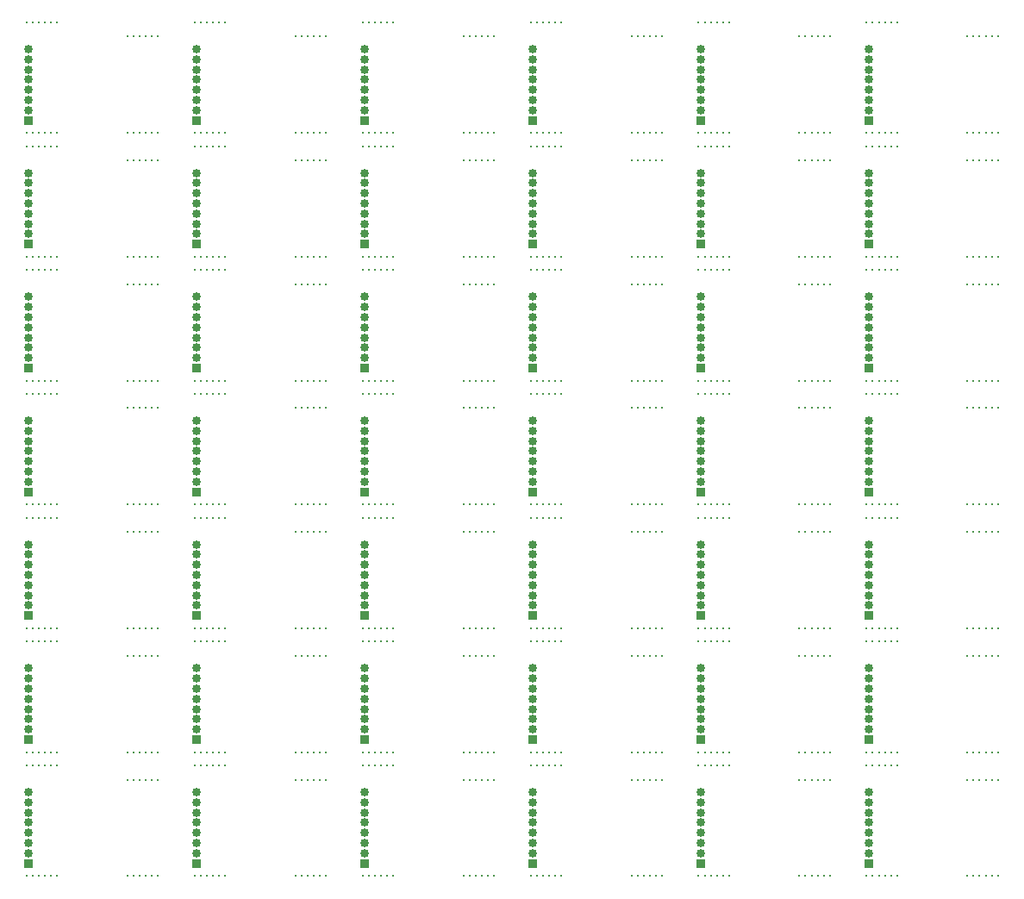
<source format=gbs>
%TF.GenerationSoftware,KiCad,Pcbnew,(6.0.2)*%
%TF.CreationDate,2022-02-28T22:32:23+01:00*%
%TF.ProjectId,microsd-breakout-6x7,6d696372-6f73-4642-9d62-7265616b6f75,rev?*%
%TF.SameCoordinates,Original*%
%TF.FileFunction,Soldermask,Bot*%
%TF.FilePolarity,Negative*%
%FSLAX46Y46*%
G04 Gerber Fmt 4.6, Leading zero omitted, Abs format (unit mm)*
G04 Created by KiCad (PCBNEW (6.0.2)) date 2022-02-28 22:32:23*
%MOMM*%
%LPD*%
G01*
G04 APERTURE LIST*
%ADD10C,0.300000*%
%ADD11R,0.850000X0.850000*%
%ADD12O,0.850000X0.850000*%
G04 APERTURE END LIST*
D10*
%TO.C,REF\u002A\u002A*%
X111400091Y-116259000D03*
%TD*%
%TO.C,REF\u002A\u002A*%
X79000039Y-91929000D03*
%TD*%
%TO.C,REF\u002A\u002A*%
X103000065Y-104089000D03*
%TD*%
%TO.C,REF\u002A\u002A*%
X119500091Y-104089000D03*
%TD*%
%TO.C,REF\u002A\u002A*%
X93100065Y-105391000D03*
%TD*%
%TO.C,REF\u002A\u002A*%
X126100117Y-104089000D03*
%TD*%
%TO.C,REF\u002A\u002A*%
X139000117Y-104089000D03*
%TD*%
%TO.C,REF\u002A\u002A*%
X77800039Y-93231000D03*
%TD*%
%TO.C,REF\u002A\u002A*%
X122500091Y-94621000D03*
%TD*%
%TO.C,REF\u002A\u002A*%
X55899987Y-79759000D03*
%TD*%
D11*
%TO.C,J1*%
X126300117Y-66347830D03*
D12*
X126300117Y-65347830D03*
X126300117Y-64347830D03*
X126300117Y-63347830D03*
X126300117Y-62347830D03*
X126300117Y-61347830D03*
X126300117Y-60347830D03*
X126300117Y-59347830D03*
%TD*%
D10*
%TO.C,REF\u002A\u002A*%
X122500091Y-118951000D03*
%TD*%
%TO.C,REF\u002A\u002A*%
X60700013Y-67599000D03*
%TD*%
%TO.C,REF\u002A\u002A*%
X86500039Y-45961000D03*
%TD*%
%TO.C,REF\u002A\u002A*%
X45399987Y-117561000D03*
%TD*%
%TO.C,REF\u002A\u002A*%
X53499987Y-45961000D03*
%TD*%
%TO.C,REF\u002A\u002A*%
X60700013Y-44571000D03*
%TD*%
%TO.C,REF\u002A\u002A*%
X54699987Y-55429000D03*
%TD*%
%TO.C,REF\u002A\u002A*%
X136600117Y-82451000D03*
%TD*%
%TO.C,REF\u002A\u002A*%
X104800065Y-104089000D03*
%TD*%
%TO.C,REF\u002A\u002A*%
X106000065Y-45961000D03*
%TD*%
%TO.C,REF\u002A\u002A*%
X43599987Y-105391000D03*
%TD*%
%TO.C,REF\u002A\u002A*%
X126700117Y-55429000D03*
%TD*%
%TO.C,REF\u002A\u002A*%
X109600091Y-56731000D03*
%TD*%
%TO.C,REF\u002A\u002A*%
X53499987Y-67599000D03*
%TD*%
%TO.C,REF\u002A\u002A*%
X45999987Y-91929000D03*
%TD*%
%TO.C,REF\u002A\u002A*%
X139000117Y-67599000D03*
%TD*%
%TO.C,REF\u002A\u002A*%
X121900091Y-79759000D03*
%TD*%
%TO.C,REF\u002A\u002A*%
X127300117Y-79759000D03*
%TD*%
%TO.C,REF\u002A\u002A*%
X137800117Y-116259000D03*
%TD*%
D11*
%TO.C,J1*%
X43799987Y-78513062D03*
D12*
X43799987Y-77513062D03*
X43799987Y-76513062D03*
X43799987Y-75513062D03*
X43799987Y-74513062D03*
X43799987Y-73513062D03*
X43799987Y-72513062D03*
X43799987Y-71513062D03*
%TD*%
D10*
%TO.C,REF\u002A\u002A*%
X62500013Y-44571000D03*
%TD*%
%TO.C,REF\u002A\u002A*%
X121900091Y-106781000D03*
%TD*%
%TO.C,REF\u002A\u002A*%
X137200117Y-91929000D03*
%TD*%
%TO.C,REF\u002A\u002A*%
X86500039Y-67599000D03*
%TD*%
%TO.C,REF\u002A\u002A*%
X44799987Y-55429000D03*
%TD*%
%TO.C,REF\u002A\u002A*%
X46599987Y-128419000D03*
%TD*%
%TO.C,REF\u002A\u002A*%
X139000117Y-118951000D03*
%TD*%
%TO.C,REF\u002A\u002A*%
X86500039Y-55429000D03*
%TD*%
%TO.C,REF\u002A\u002A*%
X89500039Y-70291000D03*
%TD*%
%TO.C,REF\u002A\u002A*%
X104800065Y-58121000D03*
%TD*%
%TO.C,REF\u002A\u002A*%
X127900117Y-117561000D03*
%TD*%
%TO.C,REF\u002A\u002A*%
X94300065Y-105391000D03*
%TD*%
D11*
%TO.C,J1*%
X109800091Y-54182598D03*
D12*
X109800091Y-53182598D03*
X109800091Y-52182598D03*
X109800091Y-51182598D03*
X109800091Y-50182598D03*
X109800091Y-49182598D03*
X109800091Y-48182598D03*
X109800091Y-47182598D03*
%TD*%
D10*
%TO.C,REF\u002A\u002A*%
X137200117Y-45961000D03*
%TD*%
%TO.C,REF\u002A\u002A*%
X62500013Y-67599000D03*
%TD*%
%TO.C,REF\u002A\u002A*%
X104800065Y-94621000D03*
%TD*%
%TO.C,REF\u002A\u002A*%
X56499987Y-91929000D03*
%TD*%
%TO.C,REF\u002A\u002A*%
X104200065Y-116259000D03*
%TD*%
%TO.C,REF\u002A\u002A*%
X63100013Y-105391000D03*
%TD*%
%TO.C,REF\u002A\u002A*%
X121300091Y-104089000D03*
%TD*%
%TO.C,REF\u002A\u002A*%
X95500065Y-116259000D03*
%TD*%
%TO.C,REF\u002A\u002A*%
X136600117Y-94621000D03*
%TD*%
%TO.C,REF\u002A\u002A*%
X120100091Y-58121000D03*
%TD*%
%TO.C,REF\u002A\u002A*%
X86500039Y-70291000D03*
%TD*%
%TO.C,REF\u002A\u002A*%
X121300091Y-116259000D03*
%TD*%
D11*
%TO.C,J1*%
X109800091Y-127173990D03*
D12*
X109800091Y-126173990D03*
X109800091Y-125173990D03*
X109800091Y-124173990D03*
X109800091Y-123173990D03*
X109800091Y-122173990D03*
X109800091Y-121173990D03*
X109800091Y-120173990D03*
%TD*%
D10*
%TO.C,REF\u002A\u002A*%
X94900065Y-105391000D03*
%TD*%
%TO.C,REF\u002A\u002A*%
X122500091Y-106781000D03*
%TD*%
%TO.C,REF\u002A\u002A*%
X129100117Y-55429000D03*
%TD*%
%TO.C,REF\u002A\u002A*%
X89500039Y-79759000D03*
%TD*%
%TO.C,REF\u002A\u002A*%
X61300013Y-104089000D03*
%TD*%
%TO.C,REF\u002A\u002A*%
X73000013Y-55429000D03*
%TD*%
%TO.C,REF\u002A\u002A*%
X93100065Y-128419000D03*
%TD*%
%TO.C,REF\u002A\u002A*%
X94900065Y-67599000D03*
%TD*%
%TO.C,REF\u002A\u002A*%
X111400091Y-68901000D03*
%TD*%
%TO.C,REF\u002A\u002A*%
X86500039Y-118951000D03*
%TD*%
%TO.C,REF\u002A\u002A*%
X136000117Y-67599000D03*
%TD*%
%TO.C,REF\u002A\u002A*%
X77800039Y-117561000D03*
%TD*%
%TO.C,REF\u002A\u002A*%
X54699987Y-70291000D03*
%TD*%
%TO.C,REF\u002A\u002A*%
X70600013Y-55429000D03*
%TD*%
%TO.C,REF\u002A\u002A*%
X104800065Y-45961000D03*
%TD*%
%TO.C,REF\u002A\u002A*%
X126100117Y-91929000D03*
%TD*%
%TO.C,REF\u002A\u002A*%
X111400091Y-56731000D03*
%TD*%
%TO.C,REF\u002A\u002A*%
X93100065Y-81061000D03*
%TD*%
%TO.C,REF\u002A\u002A*%
X136000117Y-55429000D03*
%TD*%
%TO.C,REF\u002A\u002A*%
X60700013Y-68901000D03*
%TD*%
%TO.C,REF\u002A\u002A*%
X77800039Y-56731000D03*
%TD*%
%TO.C,REF\u002A\u002A*%
X95500065Y-67599000D03*
%TD*%
%TO.C,REF\u002A\u002A*%
X54699987Y-45961000D03*
%TD*%
%TO.C,REF\u002A\u002A*%
X105400065Y-79759000D03*
%TD*%
%TO.C,REF\u002A\u002A*%
X44799987Y-68901000D03*
%TD*%
%TO.C,REF\u002A\u002A*%
X55899987Y-106781000D03*
%TD*%
%TO.C,REF\u002A\u002A*%
X112600091Y-68901000D03*
%TD*%
%TO.C,REF\u002A\u002A*%
X56499987Y-118951000D03*
%TD*%
%TO.C,REF\u002A\u002A*%
X61300013Y-44571000D03*
%TD*%
%TO.C,REF\u002A\u002A*%
X77800039Y-128419000D03*
%TD*%
%TO.C,REF\u002A\u002A*%
X53499987Y-70291000D03*
%TD*%
%TO.C,REF\u002A\u002A*%
X111400091Y-67599000D03*
%TD*%
%TO.C,REF\u002A\u002A*%
X109600091Y-79759000D03*
%TD*%
%TO.C,REF\u002A\u002A*%
X56499987Y-79759000D03*
%TD*%
%TO.C,REF\u002A\u002A*%
X139000117Y-58121000D03*
%TD*%
%TO.C,REF\u002A\u002A*%
X73000013Y-82451000D03*
%TD*%
%TO.C,REF\u002A\u002A*%
X78400039Y-81061000D03*
%TD*%
%TO.C,REF\u002A\u002A*%
X79000039Y-116259000D03*
%TD*%
%TO.C,REF\u002A\u002A*%
X70600013Y-91929000D03*
%TD*%
%TO.C,REF\u002A\u002A*%
X137800117Y-82451000D03*
%TD*%
%TO.C,REF\u002A\u002A*%
X112000091Y-104089000D03*
%TD*%
%TO.C,REF\u002A\u002A*%
X76600039Y-116259000D03*
%TD*%
%TO.C,REF\u002A\u002A*%
X129100117Y-116259000D03*
%TD*%
%TO.C,REF\u002A\u002A*%
X77200039Y-105391000D03*
%TD*%
%TO.C,REF\u002A\u002A*%
X73000013Y-45961000D03*
%TD*%
%TO.C,REF\u002A\u002A*%
X86500039Y-58121000D03*
%TD*%
%TO.C,REF\u002A\u002A*%
X60100013Y-91929000D03*
%TD*%
%TO.C,REF\u002A\u002A*%
X137200117Y-82451000D03*
%TD*%
%TO.C,REF\u002A\u002A*%
X60100013Y-93231000D03*
%TD*%
%TO.C,REF\u002A\u002A*%
X63100013Y-91929000D03*
%TD*%
%TO.C,REF\u002A\u002A*%
X103000065Y-118951000D03*
%TD*%
%TO.C,REF\u002A\u002A*%
X121900091Y-118951000D03*
%TD*%
%TO.C,REF\u002A\u002A*%
X76600039Y-91929000D03*
%TD*%
%TO.C,REF\u002A\u002A*%
X96100065Y-68901000D03*
%TD*%
%TO.C,REF\u002A\u002A*%
X72400013Y-70291000D03*
%TD*%
%TO.C,REF\u002A\u002A*%
X73000013Y-118951000D03*
%TD*%
%TO.C,REF\u002A\u002A*%
X72400013Y-128419000D03*
%TD*%
%TO.C,REF\u002A\u002A*%
X71200013Y-82451000D03*
%TD*%
%TO.C,REF\u002A\u002A*%
X105400065Y-118951000D03*
%TD*%
%TO.C,REF\u002A\u002A*%
X87100039Y-91929000D03*
%TD*%
%TO.C,REF\u002A\u002A*%
X88300039Y-82451000D03*
%TD*%
%TO.C,REF\u002A\u002A*%
X93100065Y-93231000D03*
%TD*%
%TO.C,REF\u002A\u002A*%
X87700039Y-82451000D03*
%TD*%
%TO.C,REF\u002A\u002A*%
X109600091Y-91929000D03*
%TD*%
%TO.C,REF\u002A\u002A*%
X120700091Y-82451000D03*
%TD*%
%TO.C,REF\u002A\u002A*%
X79600039Y-104089000D03*
%TD*%
%TO.C,REF\u002A\u002A*%
X79600039Y-105391000D03*
%TD*%
%TO.C,REF\u002A\u002A*%
X139000117Y-82451000D03*
%TD*%
%TO.C,REF\u002A\u002A*%
X111400091Y-91929000D03*
%TD*%
%TO.C,REF\u002A\u002A*%
X71200013Y-104089000D03*
%TD*%
%TO.C,REF\u002A\u002A*%
X121900091Y-116259000D03*
%TD*%
%TO.C,REF\u002A\u002A*%
X72400013Y-106781000D03*
%TD*%
%TO.C,REF\u002A\u002A*%
X88900039Y-45961000D03*
%TD*%
%TO.C,REF\u002A\u002A*%
X71200013Y-45961000D03*
%TD*%
%TO.C,REF\u002A\u002A*%
X111400091Y-128419000D03*
%TD*%
%TO.C,REF\u002A\u002A*%
X104200065Y-82451000D03*
%TD*%
%TO.C,REF\u002A\u002A*%
X120700091Y-104089000D03*
%TD*%
%TO.C,REF\u002A\u002A*%
X44199987Y-116259000D03*
%TD*%
%TO.C,REF\u002A\u002A*%
X55299987Y-45961000D03*
%TD*%
%TO.C,REF\u002A\u002A*%
X61900013Y-81061000D03*
%TD*%
%TO.C,REF\u002A\u002A*%
X103000065Y-45961000D03*
%TD*%
%TO.C,REF\u002A\u002A*%
X86500039Y-91929000D03*
%TD*%
%TO.C,REF\u002A\u002A*%
X129100117Y-91929000D03*
%TD*%
%TO.C,REF\u002A\u002A*%
X71800013Y-128419000D03*
%TD*%
%TO.C,REF\u002A\u002A*%
X72400013Y-79759000D03*
%TD*%
%TO.C,REF\u002A\u002A*%
X111400091Y-55429000D03*
%TD*%
%TO.C,REF\u002A\u002A*%
X103600065Y-104089000D03*
%TD*%
%TO.C,REF\u002A\u002A*%
X105400065Y-91929000D03*
%TD*%
%TO.C,REF\u002A\u002A*%
X128500117Y-67599000D03*
%TD*%
%TO.C,REF\u002A\u002A*%
X46599987Y-117561000D03*
%TD*%
%TO.C,REF\u002A\u002A*%
X45399987Y-104089000D03*
%TD*%
%TO.C,REF\u002A\u002A*%
X44799987Y-91929000D03*
%TD*%
%TO.C,REF\u002A\u002A*%
X55899987Y-104089000D03*
%TD*%
%TO.C,REF\u002A\u002A*%
X93100065Y-44571000D03*
%TD*%
%TO.C,REF\u002A\u002A*%
X88900039Y-55429000D03*
%TD*%
%TO.C,REF\u002A\u002A*%
X126100117Y-44571000D03*
%TD*%
%TO.C,REF\u002A\u002A*%
X60700013Y-91929000D03*
%TD*%
%TO.C,REF\u002A\u002A*%
X76600039Y-104089000D03*
%TD*%
%TO.C,REF\u002A\u002A*%
X45399987Y-79759000D03*
%TD*%
%TO.C,REF\u002A\u002A*%
X110800091Y-91929000D03*
%TD*%
%TO.C,REF\u002A\u002A*%
X54099987Y-67599000D03*
%TD*%
%TO.C,REF\u002A\u002A*%
X71800013Y-55429000D03*
%TD*%
%TO.C,REF\u002A\u002A*%
X94900065Y-56731000D03*
%TD*%
%TO.C,REF\u002A\u002A*%
X129100117Y-81061000D03*
%TD*%
%TO.C,REF\u002A\u002A*%
X105400065Y-94621000D03*
%TD*%
%TO.C,REF\u002A\u002A*%
X77200039Y-116259000D03*
%TD*%
%TO.C,REF\u002A\u002A*%
X103000065Y-67599000D03*
%TD*%
%TO.C,REF\u002A\u002A*%
X127900117Y-105391000D03*
%TD*%
%TO.C,REF\u002A\u002A*%
X45999987Y-128419000D03*
%TD*%
%TO.C,REF\u002A\u002A*%
X56499987Y-58121000D03*
%TD*%
%TO.C,REF\u002A\u002A*%
X55299987Y-106781000D03*
%TD*%
%TO.C,REF\u002A\u002A*%
X96100065Y-67599000D03*
%TD*%
%TO.C,REF\u002A\u002A*%
X77800039Y-79759000D03*
%TD*%
%TO.C,REF\u002A\u002A*%
X96100065Y-105391000D03*
%TD*%
D11*
%TO.C,J1*%
X60300013Y-54182598D03*
D12*
X60300013Y-53182598D03*
X60300013Y-52182598D03*
X60300013Y-51182598D03*
X60300013Y-50182598D03*
X60300013Y-49182598D03*
X60300013Y-48182598D03*
X60300013Y-47182598D03*
%TD*%
D10*
%TO.C,REF\u002A\u002A*%
X111400091Y-44571000D03*
%TD*%
%TO.C,REF\u002A\u002A*%
X71200013Y-58121000D03*
%TD*%
%TO.C,REF\u002A\u002A*%
X55299987Y-104089000D03*
%TD*%
%TO.C,REF\u002A\u002A*%
X106000065Y-70291000D03*
%TD*%
%TO.C,REF\u002A\u002A*%
X95500065Y-91929000D03*
%TD*%
%TO.C,REF\u002A\u002A*%
X138400117Y-55429000D03*
%TD*%
%TO.C,REF\u002A\u002A*%
X119500091Y-58121000D03*
%TD*%
%TO.C,REF\u002A\u002A*%
X61300013Y-93231000D03*
%TD*%
%TO.C,REF\u002A\u002A*%
X111400091Y-93231000D03*
%TD*%
%TO.C,REF\u002A\u002A*%
X110200091Y-128419000D03*
%TD*%
%TO.C,REF\u002A\u002A*%
X96100065Y-81061000D03*
%TD*%
%TO.C,REF\u002A\u002A*%
X136000117Y-128419000D03*
%TD*%
%TO.C,REF\u002A\u002A*%
X128500117Y-93231000D03*
%TD*%
%TO.C,REF\u002A\u002A*%
X61300013Y-81061000D03*
%TD*%
%TO.C,REF\u002A\u002A*%
X70000013Y-58121000D03*
%TD*%
%TO.C,REF\u002A\u002A*%
X127900117Y-56731000D03*
%TD*%
%TO.C,REF\u002A\u002A*%
X55299987Y-79759000D03*
%TD*%
%TO.C,REF\u002A\u002A*%
X44799987Y-104089000D03*
%TD*%
%TO.C,REF\u002A\u002A*%
X137800117Y-118951000D03*
%TD*%
%TO.C,REF\u002A\u002A*%
X77200039Y-104089000D03*
%TD*%
%TO.C,REF\u002A\u002A*%
X104800065Y-116259000D03*
%TD*%
%TO.C,REF\u002A\u002A*%
X126700117Y-68901000D03*
%TD*%
%TO.C,REF\u002A\u002A*%
X79000039Y-104089000D03*
%TD*%
%TO.C,REF\u002A\u002A*%
X96100065Y-93231000D03*
%TD*%
%TO.C,REF\u002A\u002A*%
X77800039Y-91929000D03*
%TD*%
%TO.C,REF\u002A\u002A*%
X78400039Y-117561000D03*
%TD*%
%TO.C,REF\u002A\u002A*%
X136000117Y-106781000D03*
%TD*%
%TO.C,REF\u002A\u002A*%
X61900013Y-104089000D03*
%TD*%
%TO.C,REF\u002A\u002A*%
X55299987Y-55429000D03*
%TD*%
%TO.C,REF\u002A\u002A*%
X139000117Y-70291000D03*
%TD*%
%TO.C,REF\u002A\u002A*%
X93100065Y-79759000D03*
%TD*%
%TO.C,REF\u002A\u002A*%
X71800013Y-70291000D03*
%TD*%
%TO.C,REF\u002A\u002A*%
X111400091Y-117561000D03*
%TD*%
%TO.C,REF\u002A\u002A*%
X88300039Y-118951000D03*
%TD*%
%TO.C,REF\u002A\u002A*%
X106000065Y-91929000D03*
%TD*%
%TO.C,REF\u002A\u002A*%
X63100013Y-128419000D03*
%TD*%
%TO.C,REF\u002A\u002A*%
X104200065Y-67599000D03*
%TD*%
%TO.C,REF\u002A\u002A*%
X77200039Y-91929000D03*
%TD*%
%TO.C,REF\u002A\u002A*%
X79000039Y-117561000D03*
%TD*%
%TO.C,REF\u002A\u002A*%
X45999987Y-117561000D03*
%TD*%
%TO.C,REF\u002A\u002A*%
X127300117Y-104089000D03*
%TD*%
%TO.C,REF\u002A\u002A*%
X112000091Y-55429000D03*
%TD*%
%TO.C,REF\u002A\u002A*%
X53499987Y-79759000D03*
%TD*%
%TO.C,REF\u002A\u002A*%
X89500039Y-55429000D03*
%TD*%
%TO.C,REF\u002A\u002A*%
X73000013Y-70291000D03*
%TD*%
%TO.C,REF\u002A\u002A*%
X122500091Y-128419000D03*
%TD*%
%TO.C,REF\u002A\u002A*%
X127300117Y-116259000D03*
%TD*%
%TO.C,REF\u002A\u002A*%
X110200091Y-81061000D03*
%TD*%
%TO.C,REF\u002A\u002A*%
X137800117Y-70291000D03*
%TD*%
%TO.C,REF\u002A\u002A*%
X119500091Y-79759000D03*
%TD*%
%TO.C,REF\u002A\u002A*%
X103600065Y-55429000D03*
%TD*%
%TO.C,REF\u002A\u002A*%
X71200013Y-55429000D03*
%TD*%
%TO.C,REF\u002A\u002A*%
X53499987Y-116259000D03*
%TD*%
%TO.C,REF\u002A\u002A*%
X129100117Y-44571000D03*
%TD*%
%TO.C,REF\u002A\u002A*%
X54099987Y-94621000D03*
%TD*%
%TO.C,REF\u002A\u002A*%
X106000065Y-67599000D03*
%TD*%
%TO.C,REF\u002A\u002A*%
X70000013Y-91929000D03*
%TD*%
%TO.C,REF\u002A\u002A*%
X43599987Y-116259000D03*
%TD*%
%TO.C,REF\u002A\u002A*%
X121300091Y-94621000D03*
%TD*%
%TO.C,REF\u002A\u002A*%
X46599987Y-81061000D03*
%TD*%
%TO.C,REF\u002A\u002A*%
X96100065Y-91929000D03*
%TD*%
%TO.C,REF\u002A\u002A*%
X46599987Y-93231000D03*
%TD*%
%TO.C,REF\u002A\u002A*%
X77800039Y-44571000D03*
%TD*%
%TO.C,REF\u002A\u002A*%
X104200065Y-94621000D03*
%TD*%
%TO.C,REF\u002A\u002A*%
X103000065Y-55429000D03*
%TD*%
D11*
%TO.C,J1*%
X109800091Y-66347830D03*
D12*
X109800091Y-65347830D03*
X109800091Y-64347830D03*
X109800091Y-63347830D03*
X109800091Y-62347830D03*
X109800091Y-61347830D03*
X109800091Y-60347830D03*
X109800091Y-59347830D03*
%TD*%
D10*
%TO.C,REF\u002A\u002A*%
X61300013Y-68901000D03*
%TD*%
%TO.C,REF\u002A\u002A*%
X121300091Y-106781000D03*
%TD*%
%TO.C,REF\u002A\u002A*%
X127300117Y-81061000D03*
%TD*%
%TO.C,REF\u002A\u002A*%
X94900065Y-128419000D03*
%TD*%
%TO.C,REF\u002A\u002A*%
X121900091Y-70291000D03*
%TD*%
%TO.C,REF\u002A\u002A*%
X60700013Y-79759000D03*
%TD*%
%TO.C,REF\u002A\u002A*%
X56499987Y-116259000D03*
%TD*%
%TO.C,REF\u002A\u002A*%
X120100091Y-91929000D03*
%TD*%
%TO.C,REF\u002A\u002A*%
X110800091Y-56731000D03*
%TD*%
%TO.C,REF\u002A\u002A*%
X87100039Y-58121000D03*
%TD*%
%TO.C,REF\u002A\u002A*%
X126700117Y-105391000D03*
%TD*%
%TO.C,REF\u002A\u002A*%
X79600039Y-68901000D03*
%TD*%
%TO.C,REF\u002A\u002A*%
X127300117Y-93231000D03*
%TD*%
%TO.C,REF\u002A\u002A*%
X70000013Y-45961000D03*
%TD*%
%TO.C,REF\u002A\u002A*%
X79000039Y-56731000D03*
%TD*%
%TO.C,REF\u002A\u002A*%
X43599987Y-67599000D03*
%TD*%
%TO.C,REF\u002A\u002A*%
X63100013Y-67599000D03*
%TD*%
%TO.C,REF\u002A\u002A*%
X127900117Y-81061000D03*
%TD*%
%TO.C,REF\u002A\u002A*%
X139000117Y-79759000D03*
%TD*%
%TO.C,REF\u002A\u002A*%
X77800039Y-116259000D03*
%TD*%
%TO.C,REF\u002A\u002A*%
X44799987Y-117561000D03*
%TD*%
%TO.C,REF\u002A\u002A*%
X126100117Y-55429000D03*
%TD*%
D11*
%TO.C,J1*%
X93300065Y-115008758D03*
D12*
X93300065Y-114008758D03*
X93300065Y-113008758D03*
X93300065Y-112008758D03*
X93300065Y-111008758D03*
X93300065Y-110008758D03*
X93300065Y-109008758D03*
X93300065Y-108008758D03*
%TD*%
D10*
%TO.C,REF\u002A\u002A*%
X88300039Y-67599000D03*
%TD*%
%TO.C,REF\u002A\u002A*%
X79000039Y-68901000D03*
%TD*%
%TO.C,REF\u002A\u002A*%
X121900091Y-67599000D03*
%TD*%
%TO.C,REF\u002A\u002A*%
X88900039Y-118951000D03*
%TD*%
%TO.C,REF\u002A\u002A*%
X105400065Y-58121000D03*
%TD*%
%TO.C,REF\u002A\u002A*%
X77200039Y-117561000D03*
%TD*%
D11*
%TO.C,J1*%
X43799987Y-127173990D03*
D12*
X43799987Y-126173990D03*
X43799987Y-125173990D03*
X43799987Y-124173990D03*
X43799987Y-123173990D03*
X43799987Y-122173990D03*
X43799987Y-121173990D03*
X43799987Y-120173990D03*
%TD*%
D10*
%TO.C,REF\u002A\u002A*%
X137800117Y-79759000D03*
%TD*%
%TO.C,REF\u002A\u002A*%
X96100065Y-55429000D03*
%TD*%
%TO.C,REF\u002A\u002A*%
X79600039Y-116259000D03*
%TD*%
%TO.C,REF\u002A\u002A*%
X126700117Y-104089000D03*
%TD*%
%TO.C,REF\u002A\u002A*%
X136000117Y-116259000D03*
%TD*%
%TO.C,REF\u002A\u002A*%
X120700091Y-118951000D03*
%TD*%
%TO.C,REF\u002A\u002A*%
X61900013Y-93231000D03*
%TD*%
D11*
%TO.C,J1*%
X43799987Y-66347830D03*
D12*
X43799987Y-65347830D03*
X43799987Y-64347830D03*
X43799987Y-63347830D03*
X43799987Y-62347830D03*
X43799987Y-61347830D03*
X43799987Y-60347830D03*
X43799987Y-59347830D03*
%TD*%
D10*
%TO.C,REF\u002A\u002A*%
X55899987Y-67599000D03*
%TD*%
%TO.C,REF\u002A\u002A*%
X139000117Y-55429000D03*
%TD*%
%TO.C,REF\u002A\u002A*%
X110200091Y-44571000D03*
%TD*%
%TO.C,REF\u002A\u002A*%
X110800091Y-105391000D03*
%TD*%
%TO.C,REF\u002A\u002A*%
X78400039Y-128419000D03*
%TD*%
%TO.C,REF\u002A\u002A*%
X104800065Y-55429000D03*
%TD*%
%TO.C,REF\u002A\u002A*%
X88300039Y-55429000D03*
%TD*%
%TO.C,REF\u002A\u002A*%
X88300039Y-116259000D03*
%TD*%
%TO.C,REF\u002A\u002A*%
X127300117Y-55429000D03*
%TD*%
%TO.C,REF\u002A\u002A*%
X53499987Y-106781000D03*
%TD*%
%TO.C,REF\u002A\u002A*%
X55299987Y-70291000D03*
%TD*%
%TO.C,REF\u002A\u002A*%
X109600091Y-81061000D03*
%TD*%
%TO.C,REF\u002A\u002A*%
X138400117Y-116259000D03*
%TD*%
%TO.C,REF\u002A\u002A*%
X76600039Y-68901000D03*
%TD*%
%TO.C,REF\u002A\u002A*%
X110800091Y-128419000D03*
%TD*%
%TO.C,REF\u002A\u002A*%
X93700065Y-104089000D03*
%TD*%
%TO.C,REF\u002A\u002A*%
X79600039Y-93231000D03*
%TD*%
%TO.C,REF\u002A\u002A*%
X73000013Y-67599000D03*
%TD*%
%TO.C,REF\u002A\u002A*%
X54099987Y-45961000D03*
%TD*%
%TO.C,REF\u002A\u002A*%
X136000117Y-91929000D03*
%TD*%
%TO.C,REF\u002A\u002A*%
X54699987Y-79759000D03*
%TD*%
%TO.C,REF\u002A\u002A*%
X43599987Y-91929000D03*
%TD*%
%TO.C,REF\u002A\u002A*%
X103600065Y-45961000D03*
%TD*%
%TO.C,REF\u002A\u002A*%
X87700039Y-45961000D03*
%TD*%
%TO.C,REF\u002A\u002A*%
X93700065Y-93231000D03*
%TD*%
%TO.C,REF\u002A\u002A*%
X76600039Y-79759000D03*
%TD*%
%TO.C,REF\u002A\u002A*%
X105400065Y-82451000D03*
%TD*%
%TO.C,REF\u002A\u002A*%
X136600117Y-118951000D03*
%TD*%
%TO.C,REF\u002A\u002A*%
X105400065Y-104089000D03*
%TD*%
%TO.C,REF\u002A\u002A*%
X87100039Y-116259000D03*
%TD*%
%TO.C,REF\u002A\u002A*%
X128500117Y-91929000D03*
%TD*%
%TO.C,REF\u002A\u002A*%
X137800117Y-104089000D03*
%TD*%
%TO.C,REF\u002A\u002A*%
X61300013Y-117561000D03*
%TD*%
%TO.C,REF\u002A\u002A*%
X127900117Y-128419000D03*
%TD*%
D11*
%TO.C,J1*%
X126300117Y-127173990D03*
D12*
X126300117Y-126173990D03*
X126300117Y-125173990D03*
X126300117Y-124173990D03*
X126300117Y-123173990D03*
X126300117Y-122173990D03*
X126300117Y-121173990D03*
X126300117Y-120173990D03*
%TD*%
D10*
%TO.C,REF\u002A\u002A*%
X137200117Y-58121000D03*
%TD*%
%TO.C,REF\u002A\u002A*%
X103000065Y-128419000D03*
%TD*%
%TO.C,REF\u002A\u002A*%
X128500117Y-105391000D03*
%TD*%
%TO.C,REF\u002A\u002A*%
X112600091Y-81061000D03*
%TD*%
%TO.C,REF\u002A\u002A*%
X46599987Y-44571000D03*
%TD*%
%TO.C,REF\u002A\u002A*%
X128500117Y-104089000D03*
%TD*%
%TO.C,REF\u002A\u002A*%
X109600091Y-104089000D03*
%TD*%
%TO.C,REF\u002A\u002A*%
X79000039Y-128419000D03*
%TD*%
%TO.C,REF\u002A\u002A*%
X44199987Y-128419000D03*
%TD*%
%TO.C,REF\u002A\u002A*%
X110800091Y-55429000D03*
%TD*%
D11*
%TO.C,J1*%
X43799987Y-90678294D03*
D12*
X43799987Y-89678294D03*
X43799987Y-88678294D03*
X43799987Y-87678294D03*
X43799987Y-86678294D03*
X43799987Y-85678294D03*
X43799987Y-84678294D03*
X43799987Y-83678294D03*
%TD*%
D10*
%TO.C,REF\u002A\u002A*%
X77200039Y-55429000D03*
%TD*%
%TO.C,REF\u002A\u002A*%
X77800039Y-67599000D03*
%TD*%
%TO.C,REF\u002A\u002A*%
X94900065Y-55429000D03*
%TD*%
%TO.C,REF\u002A\u002A*%
X78400039Y-44571000D03*
%TD*%
%TO.C,REF\u002A\u002A*%
X44799987Y-105391000D03*
%TD*%
%TO.C,REF\u002A\u002A*%
X139000117Y-106781000D03*
%TD*%
D11*
%TO.C,J1*%
X126300117Y-78513062D03*
D12*
X126300117Y-77513062D03*
X126300117Y-76513062D03*
X126300117Y-75513062D03*
X126300117Y-74513062D03*
X126300117Y-73513062D03*
X126300117Y-72513062D03*
X126300117Y-71513062D03*
%TD*%
D10*
%TO.C,REF\u002A\u002A*%
X119500091Y-45961000D03*
%TD*%
%TO.C,REF\u002A\u002A*%
X129100117Y-104089000D03*
%TD*%
%TO.C,REF\u002A\u002A*%
X110800091Y-104089000D03*
%TD*%
%TO.C,REF\u002A\u002A*%
X95500065Y-68901000D03*
%TD*%
%TO.C,REF\u002A\u002A*%
X77800039Y-104089000D03*
%TD*%
%TO.C,REF\u002A\u002A*%
X56499987Y-106781000D03*
%TD*%
%TO.C,REF\u002A\u002A*%
X95500065Y-81061000D03*
%TD*%
%TO.C,REF\u002A\u002A*%
X61900013Y-116259000D03*
%TD*%
%TO.C,REF\u002A\u002A*%
X94900065Y-104089000D03*
%TD*%
D11*
%TO.C,J1*%
X76800039Y-78513062D03*
D12*
X76800039Y-77513062D03*
X76800039Y-76513062D03*
X76800039Y-75513062D03*
X76800039Y-74513062D03*
X76800039Y-73513062D03*
X76800039Y-72513062D03*
X76800039Y-71513062D03*
%TD*%
D10*
%TO.C,REF\u002A\u002A*%
X87100039Y-79759000D03*
%TD*%
%TO.C,REF\u002A\u002A*%
X112000091Y-67599000D03*
%TD*%
%TO.C,REF\u002A\u002A*%
X43599987Y-81061000D03*
%TD*%
%TO.C,REF\u002A\u002A*%
X77200039Y-79759000D03*
%TD*%
%TO.C,REF\u002A\u002A*%
X62500013Y-56731000D03*
%TD*%
%TO.C,REF\u002A\u002A*%
X129100117Y-67599000D03*
%TD*%
%TO.C,REF\u002A\u002A*%
X126100117Y-79759000D03*
%TD*%
%TO.C,REF\u002A\u002A*%
X112000091Y-117561000D03*
%TD*%
%TO.C,REF\u002A\u002A*%
X60100013Y-105391000D03*
%TD*%
D11*
%TO.C,J1*%
X93300065Y-78513062D03*
D12*
X93300065Y-77513062D03*
X93300065Y-76513062D03*
X93300065Y-75513062D03*
X93300065Y-74513062D03*
X93300065Y-73513062D03*
X93300065Y-72513062D03*
X93300065Y-71513062D03*
%TD*%
D10*
%TO.C,REF\u002A\u002A*%
X53499987Y-91929000D03*
%TD*%
%TO.C,REF\u002A\u002A*%
X121300091Y-67599000D03*
%TD*%
%TO.C,REF\u002A\u002A*%
X86500039Y-94621000D03*
%TD*%
%TO.C,REF\u002A\u002A*%
X73000013Y-106781000D03*
%TD*%
%TO.C,REF\u002A\u002A*%
X112600091Y-116259000D03*
%TD*%
%TO.C,REF\u002A\u002A*%
X104200065Y-118951000D03*
%TD*%
%TO.C,REF\u002A\u002A*%
X106000065Y-79759000D03*
%TD*%
%TO.C,REF\u002A\u002A*%
X103600065Y-79759000D03*
%TD*%
%TO.C,REF\u002A\u002A*%
X112600091Y-117561000D03*
%TD*%
%TO.C,REF\u002A\u002A*%
X104200065Y-104089000D03*
%TD*%
%TO.C,REF\u002A\u002A*%
X46599987Y-104089000D03*
%TD*%
%TO.C,REF\u002A\u002A*%
X71200013Y-128419000D03*
%TD*%
%TO.C,REF\u002A\u002A*%
X89500039Y-91929000D03*
%TD*%
%TO.C,REF\u002A\u002A*%
X79000039Y-105391000D03*
%TD*%
D11*
%TO.C,J1*%
X126300117Y-102843526D03*
D12*
X126300117Y-101843526D03*
X126300117Y-100843526D03*
X126300117Y-99843526D03*
X126300117Y-98843526D03*
X126300117Y-97843526D03*
X126300117Y-96843526D03*
X126300117Y-95843526D03*
%TD*%
D10*
%TO.C,REF\u002A\u002A*%
X79600039Y-55429000D03*
%TD*%
%TO.C,REF\u002A\u002A*%
X44199987Y-93231000D03*
%TD*%
%TO.C,REF\u002A\u002A*%
X45399987Y-93231000D03*
%TD*%
%TO.C,REF\u002A\u002A*%
X43599987Y-79759000D03*
%TD*%
%TO.C,REF\u002A\u002A*%
X79000039Y-55429000D03*
%TD*%
%TO.C,REF\u002A\u002A*%
X96100065Y-128419000D03*
%TD*%
%TO.C,REF\u002A\u002A*%
X62500013Y-55429000D03*
%TD*%
%TO.C,REF\u002A\u002A*%
X79600039Y-67599000D03*
%TD*%
%TO.C,REF\u002A\u002A*%
X60100013Y-79759000D03*
%TD*%
%TO.C,REF\u002A\u002A*%
X120100091Y-104089000D03*
%TD*%
%TO.C,REF\u002A\u002A*%
X55299987Y-116259000D03*
%TD*%
D11*
%TO.C,J1*%
X93300065Y-66347830D03*
D12*
X93300065Y-65347830D03*
X93300065Y-64347830D03*
X93300065Y-63347830D03*
X93300065Y-62347830D03*
X93300065Y-61347830D03*
X93300065Y-60347830D03*
X93300065Y-59347830D03*
%TD*%
D10*
%TO.C,REF\u002A\u002A*%
X106000065Y-58121000D03*
%TD*%
D11*
%TO.C,J1*%
X93300065Y-102843526D03*
D12*
X93300065Y-101843526D03*
X93300065Y-100843526D03*
X93300065Y-99843526D03*
X93300065Y-98843526D03*
X93300065Y-97843526D03*
X93300065Y-96843526D03*
X93300065Y-95843526D03*
%TD*%
D10*
%TO.C,REF\u002A\u002A*%
X111400091Y-104089000D03*
%TD*%
%TO.C,REF\u002A\u002A*%
X110800091Y-117561000D03*
%TD*%
%TO.C,REF\u002A\u002A*%
X61900013Y-68901000D03*
%TD*%
%TO.C,REF\u002A\u002A*%
X127900117Y-55429000D03*
%TD*%
%TO.C,REF\u002A\u002A*%
X128500117Y-81061000D03*
%TD*%
%TO.C,REF\u002A\u002A*%
X104200065Y-91929000D03*
%TD*%
%TO.C,REF\u002A\u002A*%
X139000117Y-91929000D03*
%TD*%
%TO.C,REF\u002A\u002A*%
X120100091Y-55429000D03*
%TD*%
%TO.C,REF\u002A\u002A*%
X86500039Y-104089000D03*
%TD*%
%TO.C,REF\u002A\u002A*%
X55899987Y-82451000D03*
%TD*%
%TO.C,REF\u002A\u002A*%
X54699987Y-106781000D03*
%TD*%
%TO.C,REF\u002A\u002A*%
X88900039Y-104089000D03*
%TD*%
%TO.C,REF\u002A\u002A*%
X138400117Y-45961000D03*
%TD*%
%TO.C,REF\u002A\u002A*%
X54099987Y-91929000D03*
%TD*%
%TO.C,REF\u002A\u002A*%
X63100013Y-117561000D03*
%TD*%
%TO.C,REF\u002A\u002A*%
X104200065Y-45961000D03*
%TD*%
%TO.C,REF\u002A\u002A*%
X61900013Y-91929000D03*
%TD*%
%TO.C,REF\u002A\u002A*%
X103000065Y-58121000D03*
%TD*%
D11*
%TO.C,J1*%
X60300013Y-115008758D03*
D12*
X60300013Y-114008758D03*
X60300013Y-113008758D03*
X60300013Y-112008758D03*
X60300013Y-111008758D03*
X60300013Y-110008758D03*
X60300013Y-109008758D03*
X60300013Y-108008758D03*
%TD*%
D10*
%TO.C,REF\u002A\u002A*%
X53499987Y-104089000D03*
%TD*%
%TO.C,REF\u002A\u002A*%
X88300039Y-94621000D03*
%TD*%
%TO.C,REF\u002A\u002A*%
X93700065Y-116259000D03*
%TD*%
%TO.C,REF\u002A\u002A*%
X70000013Y-104089000D03*
%TD*%
%TO.C,REF\u002A\u002A*%
X109600091Y-68901000D03*
%TD*%
D11*
%TO.C,J1*%
X60300013Y-102843526D03*
D12*
X60300013Y-101843526D03*
X60300013Y-100843526D03*
X60300013Y-99843526D03*
X60300013Y-98843526D03*
X60300013Y-97843526D03*
X60300013Y-96843526D03*
X60300013Y-95843526D03*
%TD*%
D10*
%TO.C,REF\u002A\u002A*%
X63100013Y-81061000D03*
%TD*%
%TO.C,REF\u002A\u002A*%
X88300039Y-70291000D03*
%TD*%
%TO.C,REF\u002A\u002A*%
X109600091Y-93231000D03*
%TD*%
D11*
%TO.C,J1*%
X126300117Y-90678294D03*
D12*
X126300117Y-89678294D03*
X126300117Y-88678294D03*
X126300117Y-87678294D03*
X126300117Y-86678294D03*
X126300117Y-85678294D03*
X126300117Y-84678294D03*
X126300117Y-83678294D03*
%TD*%
D10*
%TO.C,REF\u002A\u002A*%
X93700065Y-68901000D03*
%TD*%
%TO.C,REF\u002A\u002A*%
X45999987Y-104089000D03*
%TD*%
%TO.C,REF\u002A\u002A*%
X112600091Y-44571000D03*
%TD*%
%TO.C,REF\u002A\u002A*%
X88900039Y-67599000D03*
%TD*%
D11*
%TO.C,J1*%
X76800039Y-127173990D03*
D12*
X76800039Y-126173990D03*
X76800039Y-125173990D03*
X76800039Y-124173990D03*
X76800039Y-123173990D03*
X76800039Y-122173990D03*
X76800039Y-121173990D03*
X76800039Y-120173990D03*
%TD*%
D10*
%TO.C,REF\u002A\u002A*%
X126100117Y-67599000D03*
%TD*%
%TO.C,REF\u002A\u002A*%
X61300013Y-56731000D03*
%TD*%
%TO.C,REF\u002A\u002A*%
X104800065Y-118951000D03*
%TD*%
%TO.C,REF\u002A\u002A*%
X137200117Y-94621000D03*
%TD*%
%TO.C,REF\u002A\u002A*%
X45999987Y-56731000D03*
%TD*%
%TO.C,REF\u002A\u002A*%
X87100039Y-82451000D03*
%TD*%
D11*
%TO.C,J1*%
X109800091Y-115008758D03*
D12*
X109800091Y-114008758D03*
X109800091Y-113008758D03*
X109800091Y-112008758D03*
X109800091Y-111008758D03*
X109800091Y-110008758D03*
X109800091Y-109008758D03*
X109800091Y-108008758D03*
%TD*%
D10*
%TO.C,REF\u002A\u002A*%
X106000065Y-118951000D03*
%TD*%
%TO.C,REF\u002A\u002A*%
X122500091Y-104089000D03*
%TD*%
%TO.C,REF\u002A\u002A*%
X78400039Y-116259000D03*
%TD*%
%TO.C,REF\u002A\u002A*%
X44199987Y-68901000D03*
%TD*%
%TO.C,REF\u002A\u002A*%
X128500117Y-79759000D03*
%TD*%
%TO.C,REF\u002A\u002A*%
X70000013Y-94621000D03*
%TD*%
%TO.C,REF\u002A\u002A*%
X87700039Y-106781000D03*
%TD*%
%TO.C,REF\u002A\u002A*%
X119500091Y-106781000D03*
%TD*%
%TO.C,REF\u002A\u002A*%
X71200013Y-118951000D03*
%TD*%
%TO.C,REF\u002A\u002A*%
X72400013Y-116259000D03*
%TD*%
%TO.C,REF\u002A\u002A*%
X87100039Y-67599000D03*
%TD*%
%TO.C,REF\u002A\u002A*%
X62500013Y-93231000D03*
%TD*%
%TO.C,REF\u002A\u002A*%
X60700013Y-104089000D03*
%TD*%
%TO.C,REF\u002A\u002A*%
X122500091Y-70291000D03*
%TD*%
%TO.C,REF\u002A\u002A*%
X93100065Y-68901000D03*
%TD*%
%TO.C,REF\u002A\u002A*%
X122500091Y-55429000D03*
%TD*%
%TO.C,REF\u002A\u002A*%
X79000039Y-79759000D03*
%TD*%
%TO.C,REF\u002A\u002A*%
X136000117Y-118951000D03*
%TD*%
%TO.C,REF\u002A\u002A*%
X109600091Y-67599000D03*
%TD*%
%TO.C,REF\u002A\u002A*%
X86500039Y-128419000D03*
%TD*%
%TO.C,REF\u002A\u002A*%
X96100065Y-104089000D03*
%TD*%
%TO.C,REF\u002A\u002A*%
X96100065Y-116259000D03*
%TD*%
%TO.C,REF\u002A\u002A*%
X106000065Y-104089000D03*
%TD*%
%TO.C,REF\u002A\u002A*%
X136000117Y-70291000D03*
%TD*%
%TO.C,REF\u002A\u002A*%
X137200117Y-106781000D03*
%TD*%
%TO.C,REF\u002A\u002A*%
X136600117Y-116259000D03*
%TD*%
%TO.C,REF\u002A\u002A*%
X94900065Y-44571000D03*
%TD*%
%TO.C,REF\u002A\u002A*%
X136600117Y-58121000D03*
%TD*%
%TO.C,REF\u002A\u002A*%
X88300039Y-58121000D03*
%TD*%
%TO.C,REF\u002A\u002A*%
X127300117Y-67599000D03*
%TD*%
%TO.C,REF\u002A\u002A*%
X138400117Y-94621000D03*
%TD*%
%TO.C,REF\u002A\u002A*%
X55299987Y-118951000D03*
%TD*%
%TO.C,REF\u002A\u002A*%
X79600039Y-117561000D03*
%TD*%
%TO.C,REF\u002A\u002A*%
X119500091Y-94621000D03*
%TD*%
%TO.C,REF\u002A\u002A*%
X46599987Y-55429000D03*
%TD*%
%TO.C,REF\u002A\u002A*%
X137800117Y-94621000D03*
%TD*%
%TO.C,REF\u002A\u002A*%
X106000065Y-82451000D03*
%TD*%
%TO.C,REF\u002A\u002A*%
X112600091Y-79759000D03*
%TD*%
%TO.C,REF\u002A\u002A*%
X88900039Y-58121000D03*
%TD*%
%TO.C,REF\u002A\u002A*%
X45999987Y-55429000D03*
%TD*%
%TO.C,REF\u002A\u002A*%
X45999987Y-81061000D03*
%TD*%
%TO.C,REF\u002A\u002A*%
X44799987Y-93231000D03*
%TD*%
%TO.C,REF\u002A\u002A*%
X138400117Y-67599000D03*
%TD*%
%TO.C,REF\u002A\u002A*%
X110200091Y-104089000D03*
%TD*%
%TO.C,REF\u002A\u002A*%
X62500013Y-68901000D03*
%TD*%
%TO.C,REF\u002A\u002A*%
X79600039Y-56731000D03*
%TD*%
%TO.C,REF\u002A\u002A*%
X56499987Y-55429000D03*
%TD*%
%TO.C,REF\u002A\u002A*%
X55899987Y-45961000D03*
%TD*%
%TO.C,REF\u002A\u002A*%
X109600091Y-105391000D03*
%TD*%
%TO.C,REF\u002A\u002A*%
X70000013Y-70291000D03*
%TD*%
%TO.C,REF\u002A\u002A*%
X129100117Y-56731000D03*
%TD*%
%TO.C,REF\u002A\u002A*%
X89500039Y-128419000D03*
%TD*%
%TO.C,REF\u002A\u002A*%
X105400065Y-116259000D03*
%TD*%
%TO.C,REF\u002A\u002A*%
X127900117Y-68901000D03*
%TD*%
%TO.C,REF\u002A\u002A*%
X79600039Y-44571000D03*
%TD*%
%TO.C,REF\u002A\u002A*%
X60100013Y-55429000D03*
%TD*%
%TO.C,REF\u002A\u002A*%
X70600013Y-82451000D03*
%TD*%
%TO.C,REF\u002A\u002A*%
X94900065Y-117561000D03*
%TD*%
%TO.C,REF\u002A\u002A*%
X121300091Y-55429000D03*
%TD*%
%TO.C,REF\u002A\u002A*%
X126700117Y-116259000D03*
%TD*%
%TO.C,REF\u002A\u002A*%
X44199987Y-104089000D03*
%TD*%
%TO.C,REF\u002A\u002A*%
X93100065Y-104089000D03*
%TD*%
%TO.C,REF\u002A\u002A*%
X62500013Y-81061000D03*
%TD*%
%TO.C,REF\u002A\u002A*%
X78400039Y-79759000D03*
%TD*%
%TO.C,REF\u002A\u002A*%
X78400039Y-56731000D03*
%TD*%
%TO.C,REF\u002A\u002A*%
X109600091Y-128419000D03*
%TD*%
%TO.C,REF\u002A\u002A*%
X54099987Y-128419000D03*
%TD*%
%TO.C,REF\u002A\u002A*%
X43599987Y-117561000D03*
%TD*%
%TO.C,REF\u002A\u002A*%
X45999987Y-116259000D03*
%TD*%
%TO.C,REF\u002A\u002A*%
X88300039Y-45961000D03*
%TD*%
%TO.C,REF\u002A\u002A*%
X138400117Y-82451000D03*
%TD*%
%TO.C,REF\u002A\u002A*%
X54699987Y-67599000D03*
%TD*%
%TO.C,REF\u002A\u002A*%
X94300065Y-56731000D03*
%TD*%
%TO.C,REF\u002A\u002A*%
X94300065Y-104089000D03*
%TD*%
%TO.C,REF\u002A\u002A*%
X105400065Y-45961000D03*
%TD*%
%TO.C,REF\u002A\u002A*%
X54099987Y-58121000D03*
%TD*%
%TO.C,REF\u002A\u002A*%
X96100065Y-117561000D03*
%TD*%
%TO.C,REF\u002A\u002A*%
X61300013Y-105391000D03*
%TD*%
D11*
%TO.C,J1*%
X76800039Y-66347830D03*
D12*
X76800039Y-65347830D03*
X76800039Y-64347830D03*
X76800039Y-63347830D03*
X76800039Y-62347830D03*
X76800039Y-61347830D03*
X76800039Y-60347830D03*
X76800039Y-59347830D03*
%TD*%
D10*
%TO.C,REF\u002A\u002A*%
X95500065Y-44571000D03*
%TD*%
%TO.C,REF\u002A\u002A*%
X136000117Y-58121000D03*
%TD*%
%TO.C,REF\u002A\u002A*%
X103600065Y-70291000D03*
%TD*%
%TO.C,REF\u002A\u002A*%
X87700039Y-118951000D03*
%TD*%
D11*
%TO.C,J1*%
X76800039Y-90678294D03*
D12*
X76800039Y-89678294D03*
X76800039Y-88678294D03*
X76800039Y-87678294D03*
X76800039Y-86678294D03*
X76800039Y-85678294D03*
X76800039Y-84678294D03*
X76800039Y-83678294D03*
%TD*%
D10*
%TO.C,REF\u002A\u002A*%
X121300091Y-91929000D03*
%TD*%
%TO.C,REF\u002A\u002A*%
X136000117Y-94621000D03*
%TD*%
%TO.C,REF\u002A\u002A*%
X87700039Y-67599000D03*
%TD*%
%TO.C,REF\u002A\u002A*%
X137200117Y-128419000D03*
%TD*%
%TO.C,REF\u002A\u002A*%
X46599987Y-91929000D03*
%TD*%
%TO.C,REF\u002A\u002A*%
X120700091Y-67599000D03*
%TD*%
%TO.C,REF\u002A\u002A*%
X120700091Y-91929000D03*
%TD*%
%TO.C,REF\u002A\u002A*%
X77200039Y-67599000D03*
%TD*%
%TO.C,REF\u002A\u002A*%
X103600065Y-94621000D03*
%TD*%
%TO.C,REF\u002A\u002A*%
X61900013Y-44571000D03*
%TD*%
%TO.C,REF\u002A\u002A*%
X44799987Y-128419000D03*
%TD*%
%TO.C,REF\u002A\u002A*%
X137200117Y-79759000D03*
%TD*%
%TO.C,REF\u002A\u002A*%
X120700091Y-106781000D03*
%TD*%
%TO.C,REF\u002A\u002A*%
X103000065Y-79759000D03*
%TD*%
%TO.C,REF\u002A\u002A*%
X63100013Y-55429000D03*
%TD*%
%TO.C,REF\u002A\u002A*%
X95500065Y-105391000D03*
%TD*%
%TO.C,REF\u002A\u002A*%
X126100117Y-93231000D03*
%TD*%
%TO.C,REF\u002A\u002A*%
X43599987Y-68901000D03*
%TD*%
%TO.C,REF\u002A\u002A*%
X138400117Y-118951000D03*
%TD*%
%TO.C,REF\u002A\u002A*%
X94900065Y-116259000D03*
%TD*%
%TO.C,REF\u002A\u002A*%
X103600065Y-128419000D03*
%TD*%
%TO.C,REF\u002A\u002A*%
X121900091Y-58121000D03*
%TD*%
%TO.C,REF\u002A\u002A*%
X72400013Y-104089000D03*
%TD*%
%TO.C,REF\u002A\u002A*%
X78400039Y-104089000D03*
%TD*%
%TO.C,REF\u002A\u002A*%
X79600039Y-128419000D03*
%TD*%
%TO.C,REF\u002A\u002A*%
X55899987Y-94621000D03*
%TD*%
%TO.C,REF\u002A\u002A*%
X70000013Y-116259000D03*
%TD*%
%TO.C,REF\u002A\u002A*%
X43599987Y-55429000D03*
%TD*%
%TO.C,REF\u002A\u002A*%
X45399987Y-55429000D03*
%TD*%
%TO.C,REF\u002A\u002A*%
X89500039Y-104089000D03*
%TD*%
%TO.C,REF\u002A\u002A*%
X87700039Y-58121000D03*
%TD*%
%TO.C,REF\u002A\u002A*%
X44199987Y-117561000D03*
%TD*%
%TO.C,REF\u002A\u002A*%
X78400039Y-68901000D03*
%TD*%
%TO.C,REF\u002A\u002A*%
X127300117Y-117561000D03*
%TD*%
%TO.C,REF\u002A\u002A*%
X112000091Y-56731000D03*
%TD*%
%TO.C,REF\u002A\u002A*%
X136600117Y-55429000D03*
%TD*%
%TO.C,REF\u002A\u002A*%
X93100065Y-67599000D03*
%TD*%
%TO.C,REF\u002A\u002A*%
X54699987Y-94621000D03*
%TD*%
%TO.C,REF\u002A\u002A*%
X86500039Y-116259000D03*
%TD*%
%TO.C,REF\u002A\u002A*%
X94300065Y-79759000D03*
%TD*%
%TO.C,REF\u002A\u002A*%
X55899987Y-128419000D03*
%TD*%
%TO.C,REF\u002A\u002A*%
X104800065Y-106781000D03*
%TD*%
%TO.C,REF\u002A\u002A*%
X110200091Y-105391000D03*
%TD*%
%TO.C,REF\u002A\u002A*%
X87700039Y-94621000D03*
%TD*%
%TO.C,REF\u002A\u002A*%
X44199987Y-79759000D03*
%TD*%
%TO.C,REF\u002A\u002A*%
X54099987Y-55429000D03*
%TD*%
D11*
%TO.C,J1*%
X126300117Y-54182598D03*
D12*
X126300117Y-53182598D03*
X126300117Y-52182598D03*
X126300117Y-51182598D03*
X126300117Y-50182598D03*
X126300117Y-49182598D03*
X126300117Y-48182598D03*
X126300117Y-47182598D03*
%TD*%
D10*
%TO.C,REF\u002A\u002A*%
X62500013Y-117561000D03*
%TD*%
%TO.C,REF\u002A\u002A*%
X112000091Y-81061000D03*
%TD*%
D11*
%TO.C,J1*%
X43799987Y-102843526D03*
D12*
X43799987Y-101843526D03*
X43799987Y-100843526D03*
X43799987Y-99843526D03*
X43799987Y-98843526D03*
X43799987Y-97843526D03*
X43799987Y-96843526D03*
X43799987Y-95843526D03*
%TD*%
D10*
%TO.C,REF\u002A\u002A*%
X61900013Y-67599000D03*
%TD*%
%TO.C,REF\u002A\u002A*%
X72400013Y-118951000D03*
%TD*%
%TO.C,REF\u002A\u002A*%
X56499987Y-82451000D03*
%TD*%
%TO.C,REF\u002A\u002A*%
X136000117Y-104089000D03*
%TD*%
%TO.C,REF\u002A\u002A*%
X138400117Y-58121000D03*
%TD*%
%TO.C,REF\u002A\u002A*%
X87700039Y-70291000D03*
%TD*%
%TO.C,REF\u002A\u002A*%
X87100039Y-118951000D03*
%TD*%
%TO.C,REF\u002A\u002A*%
X95500065Y-117561000D03*
%TD*%
%TO.C,REF\u002A\u002A*%
X70600013Y-128419000D03*
%TD*%
%TO.C,REF\u002A\u002A*%
X126100117Y-56731000D03*
%TD*%
%TO.C,REF\u002A\u002A*%
X88900039Y-116259000D03*
%TD*%
%TO.C,REF\u002A\u002A*%
X71800013Y-104089000D03*
%TD*%
%TO.C,REF\u002A\u002A*%
X129100117Y-68901000D03*
%TD*%
%TO.C,REF\u002A\u002A*%
X76600039Y-55429000D03*
%TD*%
%TO.C,REF\u002A\u002A*%
X103600065Y-91929000D03*
%TD*%
%TO.C,REF\u002A\u002A*%
X55299987Y-91929000D03*
%TD*%
%TO.C,REF\u002A\u002A*%
X60700013Y-105391000D03*
%TD*%
%TO.C,REF\u002A\u002A*%
X44799987Y-79759000D03*
%TD*%
%TO.C,REF\u002A\u002A*%
X95500065Y-93231000D03*
%TD*%
%TO.C,REF\u002A\u002A*%
X94900065Y-68901000D03*
%TD*%
%TO.C,REF\u002A\u002A*%
X120700091Y-116259000D03*
%TD*%
%TO.C,REF\u002A\u002A*%
X60700013Y-55429000D03*
%TD*%
%TO.C,REF\u002A\u002A*%
X112000091Y-91929000D03*
%TD*%
%TO.C,REF\u002A\u002A*%
X103000065Y-116259000D03*
%TD*%
%TO.C,REF\u002A\u002A*%
X88300039Y-128419000D03*
%TD*%
%TO.C,REF\u002A\u002A*%
X71800013Y-45961000D03*
%TD*%
%TO.C,REF\u002A\u002A*%
X70600013Y-67599000D03*
%TD*%
%TO.C,REF\u002A\u002A*%
X121900091Y-91929000D03*
%TD*%
%TO.C,REF\u002A\u002A*%
X76600039Y-44571000D03*
%TD*%
%TO.C,REF\u002A\u002A*%
X94300065Y-55429000D03*
%TD*%
%TO.C,REF\u002A\u002A*%
X71800013Y-82451000D03*
%TD*%
%TO.C,REF\u002A\u002A*%
X72400013Y-91929000D03*
%TD*%
%TO.C,REF\u002A\u002A*%
X121300091Y-79759000D03*
%TD*%
%TO.C,REF\u002A\u002A*%
X122500091Y-91929000D03*
%TD*%
%TO.C,REF\u002A\u002A*%
X106000065Y-116259000D03*
%TD*%
%TO.C,REF\u002A\u002A*%
X44799987Y-81061000D03*
%TD*%
%TO.C,REF\u002A\u002A*%
X44199987Y-55429000D03*
%TD*%
%TO.C,REF\u002A\u002A*%
X128500117Y-55429000D03*
%TD*%
%TO.C,REF\u002A\u002A*%
X45999987Y-68901000D03*
%TD*%
%TO.C,REF\u002A\u002A*%
X137200117Y-116259000D03*
%TD*%
%TO.C,REF\u002A\u002A*%
X44199987Y-44571000D03*
%TD*%
%TO.C,REF\u002A\u002A*%
X45999987Y-93231000D03*
%TD*%
%TO.C,REF\u002A\u002A*%
X119500091Y-67599000D03*
%TD*%
%TO.C,REF\u002A\u002A*%
X54699987Y-116259000D03*
%TD*%
%TO.C,REF\u002A\u002A*%
X88300039Y-106781000D03*
%TD*%
%TO.C,REF\u002A\u002A*%
X61300013Y-91929000D03*
%TD*%
%TO.C,REF\u002A\u002A*%
X63100013Y-93231000D03*
%TD*%
%TO.C,REF\u002A\u002A*%
X71800013Y-94621000D03*
%TD*%
%TO.C,REF\u002A\u002A*%
X103600065Y-82451000D03*
%TD*%
%TO.C,REF\u002A\u002A*%
X110200091Y-93231000D03*
%TD*%
%TO.C,REF\u002A\u002A*%
X93700065Y-44571000D03*
%TD*%
%TO.C,REF\u002A\u002A*%
X93100065Y-117561000D03*
%TD*%
%TO.C,REF\u002A\u002A*%
X87100039Y-104089000D03*
%TD*%
%TO.C,REF\u002A\u002A*%
X45999987Y-67599000D03*
%TD*%
%TO.C,REF\u002A\u002A*%
X129100117Y-93231000D03*
%TD*%
%TO.C,REF\u002A\u002A*%
X137800117Y-67599000D03*
%TD*%
%TO.C,REF\u002A\u002A*%
X45399987Y-116259000D03*
%TD*%
%TO.C,REF\u002A\u002A*%
X126700117Y-117561000D03*
%TD*%
%TO.C,REF\u002A\u002A*%
X137800117Y-91929000D03*
%TD*%
%TO.C,REF\u002A\u002A*%
X137800117Y-58121000D03*
%TD*%
%TO.C,REF\u002A\u002A*%
X55899987Y-91929000D03*
%TD*%
%TO.C,REF\u002A\u002A*%
X120100091Y-67599000D03*
%TD*%
%TO.C,REF\u002A\u002A*%
X110200091Y-68901000D03*
%TD*%
%TO.C,REF\u002A\u002A*%
X127900117Y-116259000D03*
%TD*%
%TO.C,REF\u002A\u002A*%
X136600117Y-70291000D03*
%TD*%
%TO.C,REF\u002A\u002A*%
X72400013Y-55429000D03*
%TD*%
%TO.C,REF\u002A\u002A*%
X70600013Y-94621000D03*
%TD*%
%TO.C,REF\u002A\u002A*%
X136000117Y-82451000D03*
%TD*%
%TO.C,REF\u002A\u002A*%
X60100013Y-104089000D03*
%TD*%
%TO.C,REF\u002A\u002A*%
X70600013Y-106781000D03*
%TD*%
%TO.C,REF\u002A\u002A*%
X104800065Y-82451000D03*
%TD*%
D11*
%TO.C,J1*%
X109800091Y-90678294D03*
D12*
X109800091Y-89678294D03*
X109800091Y-88678294D03*
X109800091Y-87678294D03*
X109800091Y-86678294D03*
X109800091Y-85678294D03*
X109800091Y-84678294D03*
X109800091Y-83678294D03*
%TD*%
D10*
%TO.C,REF\u002A\u002A*%
X112000091Y-79759000D03*
%TD*%
%TO.C,REF\u002A\u002A*%
X128500117Y-116259000D03*
%TD*%
%TO.C,REF\u002A\u002A*%
X112600091Y-93231000D03*
%TD*%
%TO.C,REF\u002A\u002A*%
X93700065Y-79759000D03*
%TD*%
%TO.C,REF\u002A\u002A*%
X61300013Y-67599000D03*
%TD*%
%TO.C,REF\u002A\u002A*%
X62500013Y-79759000D03*
%TD*%
D11*
%TO.C,J1*%
X60300013Y-66347830D03*
D12*
X60300013Y-65347830D03*
X60300013Y-64347830D03*
X60300013Y-63347830D03*
X60300013Y-62347830D03*
X60300013Y-61347830D03*
X60300013Y-60347830D03*
X60300013Y-59347830D03*
%TD*%
D10*
%TO.C,REF\u002A\u002A*%
X88900039Y-70291000D03*
%TD*%
%TO.C,REF\u002A\u002A*%
X112600091Y-105391000D03*
%TD*%
%TO.C,REF\u002A\u002A*%
X60100013Y-128419000D03*
%TD*%
%TO.C,REF\u002A\u002A*%
X104800065Y-79759000D03*
%TD*%
%TO.C,REF\u002A\u002A*%
X103600065Y-58121000D03*
%TD*%
%TO.C,REF\u002A\u002A*%
X139000117Y-45961000D03*
%TD*%
%TO.C,REF\u002A\u002A*%
X126700117Y-56731000D03*
%TD*%
%TO.C,REF\u002A\u002A*%
X56499987Y-70291000D03*
%TD*%
%TO.C,REF\u002A\u002A*%
X121300091Y-118951000D03*
%TD*%
%TO.C,REF\u002A\u002A*%
X71800013Y-106781000D03*
%TD*%
%TO.C,REF\u002A\u002A*%
X78400039Y-93231000D03*
%TD*%
%TO.C,REF\u002A\u002A*%
X95500065Y-56731000D03*
%TD*%
%TO.C,REF\u002A\u002A*%
X104200065Y-79759000D03*
%TD*%
%TO.C,REF\u002A\u002A*%
X60700013Y-93231000D03*
%TD*%
%TO.C,REF\u002A\u002A*%
X93100065Y-56731000D03*
%TD*%
%TO.C,REF\u002A\u002A*%
X89500039Y-58121000D03*
%TD*%
%TO.C,REF\u002A\u002A*%
X46599987Y-56731000D03*
%TD*%
%TO.C,REF\u002A\u002A*%
X120100091Y-79759000D03*
%TD*%
%TO.C,REF\u002A\u002A*%
X71200013Y-67599000D03*
%TD*%
%TO.C,REF\u002A\u002A*%
X103000065Y-94621000D03*
%TD*%
%TO.C,REF\u002A\u002A*%
X136600117Y-45961000D03*
%TD*%
%TO.C,REF\u002A\u002A*%
X127900117Y-67599000D03*
%TD*%
%TO.C,REF\u002A\u002A*%
X70600013Y-58121000D03*
%TD*%
%TO.C,REF\u002A\u002A*%
X110200091Y-56731000D03*
%TD*%
%TO.C,REF\u002A\u002A*%
X71200013Y-79759000D03*
%TD*%
%TO.C,REF\u002A\u002A*%
X104800065Y-67599000D03*
%TD*%
%TO.C,REF\u002A\u002A*%
X53499987Y-94621000D03*
%TD*%
%TO.C,REF\u002A\u002A*%
X137200117Y-67599000D03*
%TD*%
%TO.C,REF\u002A\u002A*%
X62500013Y-128419000D03*
%TD*%
%TO.C,REF\u002A\u002A*%
X53499987Y-58121000D03*
%TD*%
%TO.C,REF\u002A\u002A*%
X110200091Y-117561000D03*
%TD*%
%TO.C,REF\u002A\u002A*%
X56499987Y-104089000D03*
%TD*%
%TO.C,REF\u002A\u002A*%
X106000065Y-55429000D03*
%TD*%
%TO.C,REF\u002A\u002A*%
X44799987Y-44571000D03*
%TD*%
%TO.C,REF\u002A\u002A*%
X129100117Y-128419000D03*
%TD*%
%TO.C,REF\u002A\u002A*%
X76600039Y-117561000D03*
%TD*%
%TO.C,REF\u002A\u002A*%
X55299987Y-94621000D03*
%TD*%
%TO.C,REF\u002A\u002A*%
X87700039Y-116259000D03*
%TD*%
%TO.C,REF\u002A\u002A*%
X71200013Y-91929000D03*
%TD*%
%TO.C,REF\u002A\u002A*%
X137800117Y-55429000D03*
%TD*%
%TO.C,REF\u002A\u002A*%
X137800117Y-45961000D03*
%TD*%
%TO.C,REF\u002A\u002A*%
X61900013Y-117561000D03*
%TD*%
%TO.C,REF\u002A\u002A*%
X76600039Y-93231000D03*
%TD*%
%TO.C,REF\u002A\u002A*%
X119500091Y-82451000D03*
%TD*%
%TO.C,REF\u002A\u002A*%
X120100091Y-128419000D03*
%TD*%
%TO.C,REF\u002A\u002A*%
X55299987Y-128419000D03*
%TD*%
%TO.C,REF\u002A\u002A*%
X93700065Y-128419000D03*
%TD*%
%TO.C,REF\u002A\u002A*%
X61300013Y-79759000D03*
%TD*%
%TO.C,REF\u002A\u002A*%
X70600013Y-104089000D03*
%TD*%
%TO.C,REF\u002A\u002A*%
X54699987Y-118951000D03*
%TD*%
%TO.C,REF\u002A\u002A*%
X137200117Y-104089000D03*
%TD*%
%TO.C,REF\u002A\u002A*%
X94300065Y-117561000D03*
%TD*%
%TO.C,REF\u002A\u002A*%
X78400039Y-91929000D03*
%TD*%
%TO.C,REF\u002A\u002A*%
X109600091Y-117561000D03*
%TD*%
%TO.C,REF\u002A\u002A*%
X70000013Y-67599000D03*
%TD*%
%TO.C,REF\u002A\u002A*%
X95500065Y-55429000D03*
%TD*%
D11*
%TO.C,J1*%
X76800039Y-115008758D03*
D12*
X76800039Y-114008758D03*
X76800039Y-113008758D03*
X76800039Y-112008758D03*
X76800039Y-111008758D03*
X76800039Y-110008758D03*
X76800039Y-109008758D03*
X76800039Y-108008758D03*
%TD*%
D10*
%TO.C,REF\u002A\u002A*%
X77200039Y-81061000D03*
%TD*%
%TO.C,REF\u002A\u002A*%
X46599987Y-79759000D03*
%TD*%
%TO.C,REF\u002A\u002A*%
X112600091Y-56731000D03*
%TD*%
%TO.C,REF\u002A\u002A*%
X137800117Y-106781000D03*
%TD*%
%TO.C,REF\u002A\u002A*%
X94900065Y-91929000D03*
%TD*%
%TO.C,REF\u002A\u002A*%
X88300039Y-104089000D03*
%TD*%
%TO.C,REF\u002A\u002A*%
X46599987Y-116259000D03*
%TD*%
%TO.C,REF\u002A\u002A*%
X71800013Y-58121000D03*
%TD*%
%TO.C,REF\u002A\u002A*%
X120100091Y-45961000D03*
%TD*%
%TO.C,REF\u002A\u002A*%
X70600013Y-116259000D03*
%TD*%
%TO.C,REF\u002A\u002A*%
X104200065Y-58121000D03*
%TD*%
%TO.C,REF\u002A\u002A*%
X112600091Y-128419000D03*
%TD*%
%TO.C,REF\u002A\u002A*%
X60100013Y-117561000D03*
%TD*%
%TO.C,REF\u002A\u002A*%
X93700065Y-81061000D03*
%TD*%
%TO.C,REF\u002A\u002A*%
X54099987Y-106781000D03*
%TD*%
%TO.C,REF\u002A\u002A*%
X61900013Y-56731000D03*
%TD*%
%TO.C,REF\u002A\u002A*%
X110200091Y-91929000D03*
%TD*%
%TO.C,REF\u002A\u002A*%
X45999987Y-105391000D03*
%TD*%
%TO.C,REF\u002A\u002A*%
X127300117Y-91929000D03*
%TD*%
%TO.C,REF\u002A\u002A*%
X62500013Y-91929000D03*
%TD*%
%TO.C,REF\u002A\u002A*%
X126100117Y-81061000D03*
%TD*%
%TO.C,REF\u002A\u002A*%
X79000039Y-93231000D03*
%TD*%
%TO.C,REF\u002A\u002A*%
X94300065Y-81061000D03*
%TD*%
%TO.C,REF\u002A\u002A*%
X111400091Y-81061000D03*
%TD*%
%TO.C,REF\u002A\u002A*%
X71200013Y-106781000D03*
%TD*%
%TO.C,REF\u002A\u002A*%
X78400039Y-105391000D03*
%TD*%
D11*
%TO.C,J1*%
X76800039Y-54182598D03*
D12*
X76800039Y-53182598D03*
X76800039Y-52182598D03*
X76800039Y-51182598D03*
X76800039Y-50182598D03*
X76800039Y-49182598D03*
X76800039Y-48182598D03*
X76800039Y-47182598D03*
%TD*%
D10*
%TO.C,REF\u002A\u002A*%
X70000013Y-118951000D03*
%TD*%
%TO.C,REF\u002A\u002A*%
X76600039Y-105391000D03*
%TD*%
%TO.C,REF\u002A\u002A*%
X63100013Y-56731000D03*
%TD*%
%TO.C,REF\u002A\u002A*%
X56499987Y-128419000D03*
%TD*%
%TO.C,REF\u002A\u002A*%
X79000039Y-44571000D03*
%TD*%
%TO.C,REF\u002A\u002A*%
X45399987Y-56731000D03*
%TD*%
%TO.C,REF\u002A\u002A*%
X72400013Y-94621000D03*
%TD*%
%TO.C,REF\u002A\u002A*%
X44199987Y-56731000D03*
%TD*%
%TO.C,REF\u002A\u002A*%
X121300091Y-58121000D03*
%TD*%
%TO.C,REF\u002A\u002A*%
X119500091Y-91929000D03*
%TD*%
%TO.C,REF\u002A\u002A*%
X137200117Y-55429000D03*
%TD*%
%TO.C,REF\u002A\u002A*%
X55899987Y-116259000D03*
%TD*%
%TO.C,REF\u002A\u002A*%
X89500039Y-82451000D03*
%TD*%
%TO.C,REF\u002A\u002A*%
X106000065Y-128419000D03*
%TD*%
%TO.C,REF\u002A\u002A*%
X94300065Y-68901000D03*
%TD*%
%TO.C,REF\u002A\u002A*%
X60100013Y-81061000D03*
%TD*%
%TO.C,REF\u002A\u002A*%
X120700091Y-79759000D03*
%TD*%
%TO.C,REF\u002A\u002A*%
X87700039Y-128419000D03*
%TD*%
%TO.C,REF\u002A\u002A*%
X103600065Y-67599000D03*
%TD*%
%TO.C,REF\u002A\u002A*%
X104800065Y-128419000D03*
%TD*%
%TO.C,REF\u002A\u002A*%
X71800013Y-79759000D03*
%TD*%
%TO.C,REF\u002A\u002A*%
X137800117Y-128419000D03*
%TD*%
%TO.C,REF\u002A\u002A*%
X60700013Y-116259000D03*
%TD*%
%TO.C,REF\u002A\u002A*%
X120700091Y-45961000D03*
%TD*%
%TO.C,REF\u002A\u002A*%
X87700039Y-104089000D03*
%TD*%
%TO.C,REF\u002A\u002A*%
X122500091Y-116259000D03*
%TD*%
%TO.C,REF\u002A\u002A*%
X77200039Y-56731000D03*
%TD*%
%TO.C,REF\u002A\u002A*%
X89500039Y-106781000D03*
%TD*%
D11*
%TO.C,J1*%
X60300013Y-78513062D03*
D12*
X60300013Y-77513062D03*
X60300013Y-76513062D03*
X60300013Y-75513062D03*
X60300013Y-74513062D03*
X60300013Y-73513062D03*
X60300013Y-72513062D03*
X60300013Y-71513062D03*
%TD*%
D10*
%TO.C,REF\u002A\u002A*%
X110200091Y-116259000D03*
%TD*%
%TO.C,REF\u002A\u002A*%
X120700091Y-70291000D03*
%TD*%
%TO.C,REF\u002A\u002A*%
X73000013Y-58121000D03*
%TD*%
%TO.C,REF\u002A\u002A*%
X94300065Y-44571000D03*
%TD*%
%TO.C,REF\u002A\u002A*%
X95500065Y-104089000D03*
%TD*%
%TO.C,REF\u002A\u002A*%
X104200065Y-55429000D03*
%TD*%
%TO.C,REF\u002A\u002A*%
X86500039Y-82451000D03*
%TD*%
%TO.C,REF\u002A\u002A*%
X89500039Y-118951000D03*
%TD*%
%TO.C,REF\u002A\u002A*%
X121900091Y-128419000D03*
%TD*%
%TO.C,REF\u002A\u002A*%
X139000117Y-128419000D03*
%TD*%
%TO.C,REF\u002A\u002A*%
X119500091Y-128419000D03*
%TD*%
%TO.C,REF\u002A\u002A*%
X88900039Y-79759000D03*
%TD*%
%TO.C,REF\u002A\u002A*%
X121300091Y-70291000D03*
%TD*%
%TO.C,REF\u002A\u002A*%
X94900065Y-93231000D03*
%TD*%
%TO.C,REF\u002A\u002A*%
X120100091Y-106781000D03*
%TD*%
%TO.C,REF\u002A\u002A*%
X126700117Y-91929000D03*
%TD*%
%TO.C,REF\u002A\u002A*%
X87700039Y-79759000D03*
%TD*%
%TO.C,REF\u002A\u002A*%
X138400117Y-70291000D03*
%TD*%
%TO.C,REF\u002A\u002A*%
X55299987Y-67599000D03*
%TD*%
%TO.C,REF\u002A\u002A*%
X61900013Y-128419000D03*
%TD*%
%TO.C,REF\u002A\u002A*%
X121300091Y-128419000D03*
%TD*%
%TO.C,REF\u002A\u002A*%
X88900039Y-82451000D03*
%TD*%
%TO.C,REF\u002A\u002A*%
X43599987Y-93231000D03*
%TD*%
%TO.C,REF\u002A\u002A*%
X120100091Y-70291000D03*
%TD*%
%TO.C,REF\u002A\u002A*%
X121900091Y-45961000D03*
%TD*%
%TO.C,REF\u002A\u002A*%
X77200039Y-128419000D03*
%TD*%
%TO.C,REF\u002A\u002A*%
X45999987Y-79759000D03*
%TD*%
%TO.C,REF\u002A\u002A*%
X138400117Y-79759000D03*
%TD*%
%TO.C,REF\u002A\u002A*%
X122500091Y-82451000D03*
%TD*%
%TO.C,REF\u002A\u002A*%
X119500091Y-116259000D03*
%TD*%
%TO.C,REF\u002A\u002A*%
X109600091Y-44571000D03*
%TD*%
%TO.C,REF\u002A\u002A*%
X70000013Y-79759000D03*
%TD*%
%TO.C,REF\u002A\u002A*%
X121900091Y-104089000D03*
%TD*%
%TO.C,REF\u002A\u002A*%
X78400039Y-67599000D03*
%TD*%
%TO.C,REF\u002A\u002A*%
X60100013Y-116259000D03*
%TD*%
%TO.C,REF\u002A\u002A*%
X94900065Y-81061000D03*
%TD*%
%TO.C,REF\u002A\u002A*%
X96100065Y-56731000D03*
%TD*%
%TO.C,REF\u002A\u002A*%
X104200065Y-70291000D03*
%TD*%
%TO.C,REF\u002A\u002A*%
X95500065Y-128419000D03*
%TD*%
%TO.C,REF\u002A\u002A*%
X89500039Y-67599000D03*
%TD*%
%TO.C,REF\u002A\u002A*%
X71200013Y-70291000D03*
%TD*%
%TO.C,REF\u002A\u002A*%
X61300013Y-116259000D03*
%TD*%
%TO.C,REF\u002A\u002A*%
X121900091Y-82451000D03*
%TD*%
%TO.C,REF\u002A\u002A*%
X56499987Y-94621000D03*
%TD*%
%TO.C,REF\u002A\u002A*%
X60700013Y-56731000D03*
%TD*%
%TO.C,REF\u002A\u002A*%
X126100117Y-128419000D03*
%TD*%
%TO.C,REF\u002A\u002A*%
X55899987Y-58121000D03*
%TD*%
%TO.C,REF\u002A\u002A*%
X120100091Y-116259000D03*
%TD*%
%TO.C,REF\u002A\u002A*%
X88900039Y-94621000D03*
%TD*%
%TO.C,REF\u002A\u002A*%
X79000039Y-67599000D03*
%TD*%
%TO.C,REF\u002A\u002A*%
X72400013Y-45961000D03*
%TD*%
%TO.C,REF\u002A\u002A*%
X70000013Y-106781000D03*
%TD*%
%TO.C,REF\u002A\u002A*%
X72400013Y-58121000D03*
%TD*%
%TO.C,REF\u002A\u002A*%
X138400117Y-106781000D03*
%TD*%
%TO.C,REF\u002A\u002A*%
X93700065Y-56731000D03*
%TD*%
%TO.C,REF\u002A\u002A*%
X71200013Y-116259000D03*
%TD*%
%TO.C,REF\u002A\u002A*%
X119500091Y-70291000D03*
%TD*%
%TO.C,REF\u002A\u002A*%
X94900065Y-79759000D03*
%TD*%
%TO.C,REF\u002A\u002A*%
X63100013Y-44571000D03*
%TD*%
%TO.C,REF\u002A\u002A*%
X89500039Y-94621000D03*
%TD*%
%TO.C,REF\u002A\u002A*%
X122500091Y-58121000D03*
%TD*%
%TO.C,REF\u002A\u002A*%
X126100117Y-105391000D03*
%TD*%
%TO.C,REF\u002A\u002A*%
X79600039Y-91929000D03*
%TD*%
%TO.C,REF\u002A\u002A*%
X110200091Y-55429000D03*
%TD*%
%TO.C,REF\u002A\u002A*%
X127900117Y-91929000D03*
%TD*%
%TO.C,REF\u002A\u002A*%
X94300065Y-93231000D03*
%TD*%
%TO.C,REF\u002A\u002A*%
X126100117Y-117561000D03*
%TD*%
%TO.C,REF\u002A\u002A*%
X63100013Y-104089000D03*
%TD*%
%TO.C,REF\u002A\u002A*%
X72400013Y-82451000D03*
%TD*%
%TO.C,REF\u002A\u002A*%
X61300013Y-128419000D03*
%TD*%
%TO.C,REF\u002A\u002A*%
X105400065Y-106781000D03*
%TD*%
%TO.C,REF\u002A\u002A*%
X63100013Y-68901000D03*
%TD*%
D11*
%TO.C,J1*%
X60300013Y-127173990D03*
D12*
X60300013Y-126173990D03*
X60300013Y-125173990D03*
X60300013Y-124173990D03*
X60300013Y-123173990D03*
X60300013Y-122173990D03*
X60300013Y-121173990D03*
X60300013Y-120173990D03*
%TD*%
D10*
%TO.C,REF\u002A\u002A*%
X103600065Y-106781000D03*
%TD*%
%TO.C,REF\u002A\u002A*%
X103000065Y-70291000D03*
%TD*%
%TO.C,REF\u002A\u002A*%
X127900117Y-104089000D03*
%TD*%
%TO.C,REF\u002A\u002A*%
X119500091Y-55429000D03*
%TD*%
%TO.C,REF\u002A\u002A*%
X127900117Y-79759000D03*
%TD*%
%TO.C,REF\u002A\u002A*%
X121900091Y-94621000D03*
%TD*%
%TO.C,REF\u002A\u002A*%
X88900039Y-106781000D03*
%TD*%
%TO.C,REF\u002A\u002A*%
X112000091Y-93231000D03*
%TD*%
%TO.C,REF\u002A\u002A*%
X46599987Y-105391000D03*
%TD*%
%TO.C,REF\u002A\u002A*%
X126700117Y-128419000D03*
%TD*%
%TO.C,REF\u002A\u002A*%
X76600039Y-81061000D03*
%TD*%
%TO.C,REF\u002A\u002A*%
X136600117Y-106781000D03*
%TD*%
%TO.C,REF\u002A\u002A*%
X93700065Y-105391000D03*
%TD*%
%TO.C,REF\u002A\u002A*%
X103000065Y-82451000D03*
%TD*%
%TO.C,REF\u002A\u002A*%
X72400013Y-67599000D03*
%TD*%
%TO.C,REF\u002A\u002A*%
X127900117Y-93231000D03*
%TD*%
%TO.C,REF\u002A\u002A*%
X136000117Y-45961000D03*
%TD*%
%TO.C,REF\u002A\u002A*%
X44799987Y-67599000D03*
%TD*%
%TO.C,REF\u002A\u002A*%
X70600013Y-118951000D03*
%TD*%
%TO.C,REF\u002A\u002A*%
X138400117Y-104089000D03*
%TD*%
%TO.C,REF\u002A\u002A*%
X93700065Y-55429000D03*
%TD*%
D11*
%TO.C,J1*%
X109800091Y-102843526D03*
D12*
X109800091Y-101843526D03*
X109800091Y-100843526D03*
X109800091Y-99843526D03*
X109800091Y-98843526D03*
X109800091Y-97843526D03*
X109800091Y-96843526D03*
X109800091Y-95843526D03*
%TD*%
D10*
%TO.C,REF\u002A\u002A*%
X104800065Y-70291000D03*
%TD*%
D11*
%TO.C,J1*%
X43799987Y-115008758D03*
D12*
X43799987Y-114008758D03*
X43799987Y-113008758D03*
X43799987Y-112008758D03*
X43799987Y-111008758D03*
X43799987Y-110008758D03*
X43799987Y-109008758D03*
X43799987Y-108008758D03*
%TD*%
D10*
%TO.C,REF\u002A\u002A*%
X128500117Y-128419000D03*
%TD*%
%TO.C,REF\u002A\u002A*%
X46599987Y-68901000D03*
%TD*%
%TO.C,REF\u002A\u002A*%
X105400065Y-55429000D03*
%TD*%
%TO.C,REF\u002A\u002A*%
X112000091Y-105391000D03*
%TD*%
%TO.C,REF\u002A\u002A*%
X62500013Y-116259000D03*
%TD*%
%TO.C,REF\u002A\u002A*%
X94300065Y-67599000D03*
%TD*%
%TO.C,REF\u002A\u002A*%
X126700117Y-44571000D03*
%TD*%
%TO.C,REF\u002A\u002A*%
X121300091Y-82451000D03*
%TD*%
%TO.C,REF\u002A\u002A*%
X110200091Y-79759000D03*
%TD*%
%TO.C,REF\u002A\u002A*%
X43599987Y-104089000D03*
%TD*%
%TO.C,REF\u002A\u002A*%
X45399987Y-128419000D03*
%TD*%
%TO.C,REF\u002A\u002A*%
X55299987Y-58121000D03*
%TD*%
%TO.C,REF\u002A\u002A*%
X70600013Y-45961000D03*
%TD*%
D11*
%TO.C,J1*%
X109800091Y-78513062D03*
D12*
X109800091Y-77513062D03*
X109800091Y-76513062D03*
X109800091Y-75513062D03*
X109800091Y-74513062D03*
X109800091Y-73513062D03*
X109800091Y-72513062D03*
X109800091Y-71513062D03*
%TD*%
D10*
%TO.C,REF\u002A\u002A*%
X127300117Y-44571000D03*
%TD*%
%TO.C,REF\u002A\u002A*%
X112000091Y-68901000D03*
%TD*%
%TO.C,REF\u002A\u002A*%
X44799987Y-56731000D03*
%TD*%
%TO.C,REF\u002A\u002A*%
X88900039Y-91929000D03*
%TD*%
%TO.C,REF\u002A\u002A*%
X77800039Y-105391000D03*
%TD*%
%TO.C,REF\u002A\u002A*%
X79600039Y-79759000D03*
%TD*%
%TO.C,REF\u002A\u002A*%
X53499987Y-82451000D03*
%TD*%
%TO.C,REF\u002A\u002A*%
X111400091Y-105391000D03*
%TD*%
%TO.C,REF\u002A\u002A*%
X76600039Y-67599000D03*
%TD*%
%TO.C,REF\u002A\u002A*%
X44199987Y-67599000D03*
%TD*%
%TO.C,REF\u002A\u002A*%
X120100091Y-82451000D03*
%TD*%
%TO.C,REF\u002A\u002A*%
X127300117Y-56731000D03*
%TD*%
%TO.C,REF\u002A\u002A*%
X112600091Y-91929000D03*
%TD*%
%TO.C,REF\u002A\u002A*%
X120700091Y-94621000D03*
%TD*%
%TO.C,REF\u002A\u002A*%
X45399987Y-105391000D03*
%TD*%
%TO.C,REF\u002A\u002A*%
X87700039Y-91929000D03*
%TD*%
D11*
%TO.C,J1*%
X76800039Y-102843526D03*
D12*
X76800039Y-101843526D03*
X76800039Y-100843526D03*
X76800039Y-99843526D03*
X76800039Y-98843526D03*
X76800039Y-97843526D03*
X76800039Y-96843526D03*
X76800039Y-95843526D03*
%TD*%
D10*
%TO.C,REF\u002A\u002A*%
X110200091Y-67599000D03*
%TD*%
%TO.C,REF\u002A\u002A*%
X136600117Y-128419000D03*
%TD*%
%TO.C,REF\u002A\u002A*%
X88300039Y-79759000D03*
%TD*%
%TO.C,REF\u002A\u002A*%
X120700091Y-58121000D03*
%TD*%
%TO.C,REF\u002A\u002A*%
X45399987Y-67599000D03*
%TD*%
%TO.C,REF\u002A\u002A*%
X70600013Y-70291000D03*
%TD*%
%TO.C,REF\u002A\u002A*%
X60100013Y-68901000D03*
%TD*%
%TO.C,REF\u002A\u002A*%
X121900091Y-55429000D03*
%TD*%
%TO.C,REF\u002A\u002A*%
X45999987Y-44571000D03*
%TD*%
%TO.C,REF\u002A\u002A*%
X45399987Y-68901000D03*
%TD*%
%TO.C,REF\u002A\u002A*%
X109600091Y-55429000D03*
%TD*%
%TO.C,REF\u002A\u002A*%
X127300117Y-68901000D03*
%TD*%
%TO.C,REF\u002A\u002A*%
X54699987Y-91929000D03*
%TD*%
%TO.C,REF\u002A\u002A*%
X138400117Y-128419000D03*
%TD*%
%TO.C,REF\u002A\u002A*%
X87100039Y-70291000D03*
%TD*%
%TO.C,REF\u002A\u002A*%
X128500117Y-44571000D03*
%TD*%
%TO.C,REF\u002A\u002A*%
X105400065Y-128419000D03*
%TD*%
%TO.C,REF\u002A\u002A*%
X103000065Y-91929000D03*
%TD*%
%TO.C,REF\u002A\u002A*%
X103000065Y-106781000D03*
%TD*%
%TO.C,REF\u002A\u002A*%
X112000091Y-44571000D03*
%TD*%
%TO.C,REF\u002A\u002A*%
X93100065Y-55429000D03*
%TD*%
%TO.C,REF\u002A\u002A*%
X119500091Y-118951000D03*
%TD*%
%TO.C,REF\u002A\u002A*%
X104200065Y-128419000D03*
%TD*%
%TO.C,REF\u002A\u002A*%
X120700091Y-55429000D03*
%TD*%
%TO.C,REF\u002A\u002A*%
X96100065Y-79759000D03*
%TD*%
%TO.C,REF\u002A\u002A*%
X122500091Y-45961000D03*
%TD*%
%TO.C,REF\u002A\u002A*%
X93700065Y-91929000D03*
%TD*%
%TO.C,REF\u002A\u002A*%
X62500013Y-104089000D03*
%TD*%
%TO.C,REF\u002A\u002A*%
X53499987Y-55429000D03*
%TD*%
%TO.C,REF\u002A\u002A*%
X70000013Y-55429000D03*
%TD*%
%TO.C,REF\u002A\u002A*%
X93100065Y-116259000D03*
%TD*%
%TO.C,REF\u002A\u002A*%
X136600117Y-104089000D03*
%TD*%
%TO.C,REF\u002A\u002A*%
X138400117Y-91929000D03*
%TD*%
D11*
%TO.C,J1*%
X93300065Y-54182598D03*
D12*
X93300065Y-53182598D03*
X93300065Y-52182598D03*
X93300065Y-51182598D03*
X93300065Y-50182598D03*
X93300065Y-49182598D03*
X93300065Y-48182598D03*
X93300065Y-47182598D03*
%TD*%
D11*
%TO.C,J1*%
X126300117Y-115008758D03*
D12*
X126300117Y-114008758D03*
X126300117Y-113008758D03*
X126300117Y-112008758D03*
X126300117Y-111008758D03*
X126300117Y-110008758D03*
X126300117Y-109008758D03*
X126300117Y-108008758D03*
%TD*%
D10*
%TO.C,REF\u002A\u002A*%
X44799987Y-116259000D03*
%TD*%
%TO.C,REF\u002A\u002A*%
X112600091Y-67599000D03*
%TD*%
%TO.C,REF\u002A\u002A*%
X103600065Y-118951000D03*
%TD*%
%TO.C,REF\u002A\u002A*%
X127300117Y-105391000D03*
%TD*%
%TO.C,REF\u002A\u002A*%
X126700117Y-81061000D03*
%TD*%
%TO.C,REF\u002A\u002A*%
X127900117Y-44571000D03*
%TD*%
%TO.C,REF\u002A\u002A*%
X77800039Y-68901000D03*
%TD*%
D11*
%TO.C,J1*%
X60300013Y-90678294D03*
D12*
X60300013Y-89678294D03*
X60300013Y-88678294D03*
X60300013Y-87678294D03*
X60300013Y-86678294D03*
X60300013Y-85678294D03*
X60300013Y-84678294D03*
X60300013Y-83678294D03*
%TD*%
D11*
%TO.C,J1*%
X93300065Y-90678294D03*
D12*
X93300065Y-89678294D03*
X93300065Y-88678294D03*
X93300065Y-87678294D03*
X93300065Y-86678294D03*
X93300065Y-85678294D03*
X93300065Y-84678294D03*
X93300065Y-83678294D03*
%TD*%
D10*
%TO.C,REF\u002A\u002A*%
X120100091Y-94621000D03*
%TD*%
%TO.C,REF\u002A\u002A*%
X127300117Y-128419000D03*
%TD*%
%TO.C,REF\u002A\u002A*%
X73000013Y-128419000D03*
%TD*%
%TO.C,REF\u002A\u002A*%
X104800065Y-91929000D03*
%TD*%
%TO.C,REF\u002A\u002A*%
X110800091Y-93231000D03*
%TD*%
%TO.C,REF\u002A\u002A*%
X110800091Y-79759000D03*
%TD*%
%TO.C,REF\u002A\u002A*%
X53499987Y-118951000D03*
%TD*%
%TO.C,REF\u002A\u002A*%
X105400065Y-70291000D03*
%TD*%
%TO.C,REF\u002A\u002A*%
X95500065Y-79759000D03*
%TD*%
%TO.C,REF\u002A\u002A*%
X93700065Y-67599000D03*
%TD*%
%TO.C,REF\u002A\u002A*%
X136600117Y-91929000D03*
%TD*%
%TO.C,REF\u002A\u002A*%
X87100039Y-128419000D03*
%TD*%
%TO.C,REF\u002A\u002A*%
X87100039Y-45961000D03*
%TD*%
%TO.C,REF\u002A\u002A*%
X60700013Y-81061000D03*
%TD*%
%TO.C,REF\u002A\u002A*%
X120100091Y-118951000D03*
%TD*%
%TO.C,REF\u002A\u002A*%
X136600117Y-79759000D03*
%TD*%
%TO.C,REF\u002A\u002A*%
X61900013Y-55429000D03*
%TD*%
%TO.C,REF\u002A\u002A*%
X136600117Y-67599000D03*
%TD*%
%TO.C,REF\u002A\u002A*%
X77800039Y-81061000D03*
%TD*%
%TO.C,REF\u002A\u002A*%
X60100013Y-56731000D03*
%TD*%
%TO.C,REF\u002A\u002A*%
X73000013Y-104089000D03*
%TD*%
%TO.C,REF\u002A\u002A*%
X87700039Y-55429000D03*
%TD*%
%TO.C,REF\u002A\u002A*%
X54099987Y-82451000D03*
%TD*%
%TO.C,REF\u002A\u002A*%
X45399987Y-44571000D03*
%TD*%
%TO.C,REF\u002A\u002A*%
X94300065Y-116259000D03*
%TD*%
%TO.C,REF\u002A\u002A*%
X54099987Y-116259000D03*
%TD*%
%TO.C,REF\u002A\u002A*%
X89500039Y-45961000D03*
%TD*%
%TO.C,REF\u002A\u002A*%
X54099987Y-70291000D03*
%TD*%
%TO.C,REF\u002A\u002A*%
X71800013Y-116259000D03*
%TD*%
%TO.C,REF\u002A\u002A*%
X139000117Y-116259000D03*
%TD*%
%TO.C,REF\u002A\u002A*%
X110800091Y-81061000D03*
%TD*%
D11*
%TO.C,J1*%
X43799987Y-54182598D03*
D12*
X43799987Y-53182598D03*
X43799987Y-52182598D03*
X43799987Y-51182598D03*
X43799987Y-50182598D03*
X43799987Y-49182598D03*
X43799987Y-48182598D03*
X43799987Y-47182598D03*
%TD*%
D10*
%TO.C,REF\u002A\u002A*%
X137200117Y-70291000D03*
%TD*%
%TO.C,REF\u002A\u002A*%
X126700117Y-93231000D03*
%TD*%
%TO.C,REF\u002A\u002A*%
X112000091Y-116259000D03*
%TD*%
%TO.C,REF\u002A\u002A*%
X96100065Y-44571000D03*
%TD*%
%TO.C,REF\u002A\u002A*%
X109600091Y-116259000D03*
%TD*%
%TO.C,REF\u002A\u002A*%
X54099987Y-79759000D03*
%TD*%
%TO.C,REF\u002A\u002A*%
X61300013Y-55429000D03*
%TD*%
%TO.C,REF\u002A\u002A*%
X79000039Y-81061000D03*
%TD*%
%TO.C,REF\u002A\u002A*%
X60700013Y-128419000D03*
%TD*%
%TO.C,REF\u002A\u002A*%
X70000013Y-82451000D03*
%TD*%
%TO.C,REF\u002A\u002A*%
X126700117Y-79759000D03*
%TD*%
%TO.C,REF\u002A\u002A*%
X87100039Y-106781000D03*
%TD*%
%TO.C,REF\u002A\u002A*%
X136000117Y-79759000D03*
%TD*%
%TO.C,REF\u002A\u002A*%
X56499987Y-67599000D03*
%TD*%
%TO.C,REF\u002A\u002A*%
X63100013Y-79759000D03*
%TD*%
%TO.C,REF\u002A\u002A*%
X78400039Y-55429000D03*
%TD*%
%TO.C,REF\u002A\u002A*%
X56499987Y-45961000D03*
%TD*%
%TO.C,REF\u002A\u002A*%
X88900039Y-128419000D03*
%TD*%
%TO.C,REF\u002A\u002A*%
X89500039Y-116259000D03*
%TD*%
%TO.C,REF\u002A\u002A*%
X73000013Y-79759000D03*
%TD*%
%TO.C,REF\u002A\u002A*%
X126100117Y-68901000D03*
%TD*%
%TO.C,REF\u002A\u002A*%
X45399987Y-81061000D03*
%TD*%
%TO.C,REF\u002A\u002A*%
X110800091Y-116259000D03*
%TD*%
%TO.C,REF\u002A\u002A*%
X105400065Y-67599000D03*
%TD*%
%TO.C,REF\u002A\u002A*%
X54699987Y-104089000D03*
%TD*%
%TO.C,REF\u002A\u002A*%
X73000013Y-94621000D03*
%TD*%
%TO.C,REF\u002A\u002A*%
X112000091Y-128419000D03*
%TD*%
%TO.C,REF\u002A\u002A*%
X71800013Y-118951000D03*
%TD*%
%TO.C,REF\u002A\u002A*%
X76600039Y-128419000D03*
%TD*%
%TO.C,REF\u002A\u002A*%
X71800013Y-67599000D03*
%TD*%
%TO.C,REF\u002A\u002A*%
X55899987Y-55429000D03*
%TD*%
%TO.C,REF\u002A\u002A*%
X103600065Y-116259000D03*
%TD*%
%TO.C,REF\u002A\u002A*%
X70000013Y-128419000D03*
%TD*%
%TO.C,REF\u002A\u002A*%
X73000013Y-116259000D03*
%TD*%
%TO.C,REF\u002A\u002A*%
X43599987Y-44571000D03*
%TD*%
%TO.C,REF\u002A\u002A*%
X94300065Y-91929000D03*
%TD*%
%TO.C,REF\u002A\u002A*%
X71800013Y-91929000D03*
%TD*%
%TO.C,REF\u002A\u002A*%
X87100039Y-94621000D03*
%TD*%
%TO.C,REF\u002A\u002A*%
X71200013Y-94621000D03*
%TD*%
%TO.C,REF\u002A\u002A*%
X44199987Y-91929000D03*
%TD*%
%TO.C,REF\u002A\u002A*%
X137200117Y-118951000D03*
%TD*%
%TO.C,REF\u002A\u002A*%
X60700013Y-117561000D03*
%TD*%
%TO.C,REF\u002A\u002A*%
X54699987Y-128419000D03*
%TD*%
%TO.C,REF\u002A\u002A*%
X79600039Y-81061000D03*
%TD*%
%TO.C,REF\u002A\u002A*%
X60100013Y-67599000D03*
%TD*%
%TO.C,REF\u002A\u002A*%
X139000117Y-94621000D03*
%TD*%
%TO.C,REF\u002A\u002A*%
X87100039Y-55429000D03*
%TD*%
%TO.C,REF\u002A\u002A*%
X60100013Y-44571000D03*
%TD*%
%TO.C,REF\u002A\u002A*%
X121300091Y-45961000D03*
%TD*%
%TO.C,REF\u002A\u002A*%
X63100013Y-116259000D03*
%TD*%
%TO.C,REF\u002A\u002A*%
X129100117Y-105391000D03*
%TD*%
%TO.C,REF\u002A\u002A*%
X77800039Y-55429000D03*
%TD*%
%TO.C,REF\u002A\u002A*%
X110800091Y-68901000D03*
%TD*%
%TO.C,REF\u002A\u002A*%
X86500039Y-106781000D03*
%TD*%
%TO.C,REF\u002A\u002A*%
X55899987Y-118951000D03*
%TD*%
%TO.C,REF\u002A\u002A*%
X122500091Y-79759000D03*
%TD*%
%TO.C,REF\u002A\u002A*%
X43599987Y-128419000D03*
%TD*%
%TO.C,REF\u002A\u002A*%
X54699987Y-82451000D03*
%TD*%
%TO.C,REF\u002A\u002A*%
X46599987Y-67599000D03*
%TD*%
%TO.C,REF\u002A\u002A*%
X77200039Y-93231000D03*
%TD*%
%TO.C,REF\u002A\u002A*%
X44199987Y-105391000D03*
%TD*%
%TO.C,REF\u002A\u002A*%
X110800091Y-67599000D03*
%TD*%
%TO.C,REF\u002A\u002A*%
X93100065Y-91929000D03*
%TD*%
%TO.C,REF\u002A\u002A*%
X106000065Y-106781000D03*
%TD*%
%TO.C,REF\u002A\u002A*%
X93700065Y-117561000D03*
%TD*%
%TO.C,REF\u002A\u002A*%
X62500013Y-105391000D03*
%TD*%
%TO.C,REF\u002A\u002A*%
X54099987Y-104089000D03*
%TD*%
%TO.C,REF\u002A\u002A*%
X54099987Y-118951000D03*
%TD*%
%TO.C,REF\u002A\u002A*%
X86500039Y-79759000D03*
%TD*%
%TO.C,REF\u002A\u002A*%
X76600039Y-56731000D03*
%TD*%
%TO.C,REF\u002A\u002A*%
X61900013Y-79759000D03*
%TD*%
%TO.C,REF\u002A\u002A*%
X54699987Y-58121000D03*
%TD*%
%TO.C,REF\u002A\u002A*%
X126700117Y-67599000D03*
%TD*%
%TO.C,REF\u002A\u002A*%
X73000013Y-91929000D03*
%TD*%
%TO.C,REF\u002A\u002A*%
X77200039Y-68901000D03*
%TD*%
%TO.C,REF\u002A\u002A*%
X112600091Y-104089000D03*
%TD*%
%TO.C,REF\u002A\u002A*%
X55899987Y-70291000D03*
%TD*%
%TO.C,REF\u002A\u002A*%
X77200039Y-44571000D03*
%TD*%
%TO.C,REF\u002A\u002A*%
X94300065Y-128419000D03*
%TD*%
%TO.C,REF\u002A\u002A*%
X61900013Y-105391000D03*
%TD*%
%TO.C,REF\u002A\u002A*%
X111400091Y-79759000D03*
%TD*%
%TO.C,REF\u002A\u002A*%
X106000065Y-94621000D03*
%TD*%
%TO.C,REF\u002A\u002A*%
X128500117Y-56731000D03*
%TD*%
%TO.C,REF\u002A\u002A*%
X45399987Y-91929000D03*
%TD*%
%TO.C,REF\u002A\u002A*%
X126100117Y-116259000D03*
%TD*%
%TO.C,REF\u002A\u002A*%
X122500091Y-67599000D03*
%TD*%
%TO.C,REF\u002A\u002A*%
X129100117Y-117561000D03*
%TD*%
%TO.C,REF\u002A\u002A*%
X104200065Y-106781000D03*
%TD*%
%TO.C,REF\u002A\u002A*%
X129100117Y-79759000D03*
%TD*%
%TO.C,REF\u002A\u002A*%
X88300039Y-91929000D03*
%TD*%
%TO.C,REF\u002A\u002A*%
X120700091Y-128419000D03*
%TD*%
D11*
%TO.C,J1*%
X93300065Y-127173990D03*
D12*
X93300065Y-126173990D03*
X93300065Y-125173990D03*
X93300065Y-124173990D03*
X93300065Y-123173990D03*
X93300065Y-122173990D03*
X93300065Y-121173990D03*
X93300065Y-120173990D03*
%TD*%
D10*
%TO.C,REF\u002A\u002A*%
X44199987Y-81061000D03*
%TD*%
%TO.C,REF\u002A\u002A*%
X112600091Y-55429000D03*
%TD*%
%TO.C,REF\u002A\u002A*%
X43599987Y-56731000D03*
%TD*%
%TO.C,REF\u002A\u002A*%
X70600013Y-79759000D03*
%TD*%
%TO.C,REF\u002A\u002A*%
X128500117Y-68901000D03*
%TD*%
%TO.C,REF\u002A\u002A*%
X110800091Y-44571000D03*
%TD*%
%TO.C,REF\u002A\u002A*%
X53499987Y-128419000D03*
%TD*%
%TO.C,REF\u002A\u002A*%
X55299987Y-82451000D03*
%TD*%
%TO.C,REF\u002A\u002A*%
X128500117Y-117561000D03*
%TD*%
M02*

</source>
